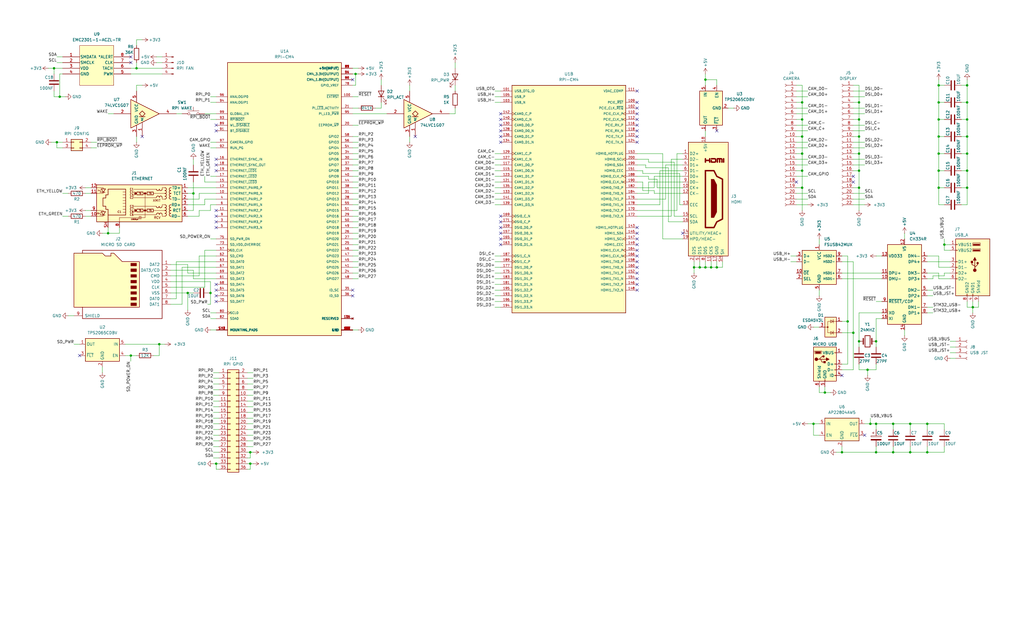
<source format=kicad_sch>
(kicad_sch (version 20231120) (generator "eeschema") (generator_version "8.0")
  (paper "User" 457.2 279.4)
  (lib_symbols
    (symbol "74xGxx:74LVC1G07"
      (property "Reference" "U" (at 0 7.62 0))
      (property "Value" "74LVC1G07" (at 3.81 -7.62 0))
      (symbol "74LVC1G07_1_1"
        (pin free line (at -2.54 -10.16 90) (length 6.35) (name "NC") (number "1"))
        (pin input line (at -15.24 0 0) (length 7.62) (name "~") (number "2"))
        (pin power_in line (at -5.08 -10.16 90) (length 5.08) (name "GND") (number "3"))
        (pin open_collector line (at 12.7 0 180) (length 7.62) (name "~") (number "4"))
        (pin power_in line (at -5.08 10.16 270) (length 5.08) (name "VCC") (number "5"))
      )
    )
    (symbol "Connector:Conn_01x04_Pin" (pin_names (offset 1.016) hide)
      (property "Reference" "J" (at 0 5.08 0))
      (property "Value" "Conn_01x04_Pin" (at 0 -7.62 0))
      (symbol "Conn_01x04_Pin_1_1"
        (pin passive line (at 5.08 2.54 180) (length 3.81) (name "Pin_1") (number "1"))
        (pin passive line (at 5.08 0 180) (length 3.81) (name "Pin_2") (number "2"))
        (pin passive line (at 5.08 -2.54 180) (length 3.81) (name "Pin_3") (number "3"))
        (pin passive line (at 5.08 -5.08 180) (length 3.81) (name "Pin_4") (number "4"))
      )
    )
    (symbol "Connector:Conn_01x04_Socket" (pin_names (offset 1.016) hide)
      (property "Reference" "J" (at 0 5.08 0))
      (property "Value" "Conn_01x04_Socket" (at 0 -7.62 0))
      (symbol "Conn_01x04_Socket_1_1"
        (pin passive line (at -5.08 2.54 0) (length 3.81) (name "Pin_1") (number "1"))
        (pin passive line (at -5.08 0 0) (length 3.81) (name "Pin_2") (number "2"))
        (pin passive line (at -5.08 -2.54 0) (length 3.81) (name "Pin_3") (number "3"))
        (pin passive line (at -5.08 -5.08 0) (length 3.81) (name "Pin_4") (number "4"))
      )
    )
    (symbol "Connector:Conn_01x22_Socket" (pin_names (offset 1.016) hide)
      (property "Reference" "J" (at 0 27.94 0))
      (property "Value" "Conn_01x22_Socket" (at 0 -30.48 0))
      (symbol "Conn_01x22_Socket_1_1"
        (pin passive line (at -5.08 25.4 0) (length 3.81) (name "Pin_1") (number "1"))
        (pin passive line (at -5.08 2.54 0) (length 3.81) (name "Pin_10") (number "10"))
        (pin passive line (at -5.08 0 0) (length 3.81) (name "Pin_11") (number "11"))
        (pin passive line (at -5.08 -2.54 0) (length 3.81) (name "Pin_12") (number "12"))
        (pin passive line (at -5.08 -5.08 0) (length 3.81) (name "Pin_13") (number "13"))
        (pin passive line (at -5.08 -7.62 0) (length 3.81) (name "Pin_14") (number "14"))
        (pin passive line (at -5.08 -10.16 0) (length 3.81) (name "Pin_15") (number "15"))
        (pin passive line (at -5.08 -12.7 0) (length 3.81) (name "Pin_16") (number "16"))
        (pin passive line (at -5.08 -15.24 0) (length 3.81) (name "Pin_17") (number "17"))
        (pin passive line (at -5.08 -17.78 0) (length 3.81) (name "Pin_18") (number "18"))
        (pin passive line (at -5.08 -20.32 0) (length 3.81) (name "Pin_19") (number "19"))
        (pin passive line (at -5.08 22.86 0) (length 3.81) (name "Pin_2") (number "2"))
        (pin passive line (at -5.08 -22.86 0) (length 3.81) (name "Pin_20") (number "20"))
        (pin passive line (at -5.08 -25.4 0) (length 3.81) (name "Pin_21") (number "21"))
        (pin passive line (at -5.08 -27.94 0) (length 3.81) (name "Pin_22") (number "22"))
        (pin passive line (at -5.08 20.32 0) (length 3.81) (name "Pin_3") (number "3"))
        (pin passive line (at -5.08 17.78 0) (length 3.81) (name "Pin_4") (number "4"))
        (pin passive line (at -5.08 15.24 0) (length 3.81) (name "Pin_5") (number "5"))
        (pin passive line (at -5.08 12.7 0) (length 3.81) (name "Pin_6") (number "6"))
        (pin passive line (at -5.08 10.16 0) (length 3.81) (name "Pin_7") (number "7"))
        (pin passive line (at -5.08 7.62 0) (length 3.81) (name "Pin_8") (number "8"))
        (pin passive line (at -5.08 5.08 0) (length 3.81) (name "Pin_9") (number "9"))
      )
    )
    (symbol "Connector:HDMI_A_1.4"
      (property "Reference" "J" (at -6.35 26.67 0))
      (property "Value" "HDMI_A_1.4" (at 10.16 26.67 0))
      (symbol "HDMI_A_1.4_1_1"
        (pin passive line (at -10.16 20.32 0) (length 2.54) (name "D2+") (number "1"))
        (pin passive line (at -10.16 5.08 0) (length 2.54) (name "CK+") (number "10"))
        (pin power_in line (at 2.54 -27.94 90) (length 2.54) (name "CKS") (number "11"))
        (pin passive line (at -10.16 2.54 0) (length 2.54) (name "CK-") (number "12"))
        (pin bidirectional line (at -10.16 -2.54 0) (length 2.54) (name "CEC") (number "13"))
        (pin passive line (at -10.16 -15.24 0) (length 2.54) (name "UTILITY/HEAC+") (number "14"))
        (pin passive line (at -10.16 -7.62 0) (length 2.54) (name "SCL") (number "15"))
        (pin bidirectional line (at -10.16 -10.16 0) (length 2.54) (name "SDA") (number "16"))
        (pin power_in line (at 5.08 -27.94 90) (length 2.54) (name "GND") (number "17"))
        (pin power_in line (at 0 27.94 270) (length 2.54) (name "+5V") (number "18"))
        (pin passive line (at -10.16 -17.78 0) (length 2.54) (name "HPD/HEAC-") (number "19"))
        (pin power_in line (at -5.08 -27.94 90) (length 2.54) (name "D2S") (number "2"))
        (pin passive line (at -10.16 17.78 0) (length 2.54) (name "D2-") (number "3"))
        (pin passive line (at -10.16 15.24 0) (length 2.54) (name "D1+") (number "4"))
        (pin power_in line (at -2.54 -27.94 90) (length 2.54) (name "D1S") (number "5"))
        (pin passive line (at -10.16 12.7 0) (length 2.54) (name "D1-") (number "6"))
        (pin passive line (at -10.16 10.16 0) (length 2.54) (name "D0+") (number "7"))
        (pin power_in line (at 0 -27.94 90) (length 2.54) (name "D0S") (number "8"))
        (pin passive line (at -10.16 7.62 0) (length 2.54) (name "D0-") (number "9"))
        (pin passive line (at 7.62 -27.94 90) (length 2.54) (name "SH") (number "SH"))
      )
    )
    (symbol "Connector:Micro_SD_Card" (pin_names (offset 1.016))
      (property "Reference" "J" (at -16.51 15.24 0))
      (property "Value" "Micro_SD_Card" (at 16.51 15.24 0))
      (symbol "Micro_SD_Card_1_1"
        (pin bidirectional line (at -22.86 7.62 0) (length 3.81) (name "DAT2") (number "1"))
        (pin bidirectional line (at -22.86 5.08 0) (length 3.81) (name "DAT3/CD") (number "2"))
        (pin input line (at -22.86 2.54 0) (length 3.81) (name "CMD") (number "3"))
        (pin power_in line (at -22.86 0 0) (length 3.81) (name "VDD") (number "4"))
        (pin input line (at -22.86 -2.54 0) (length 3.81) (name "CLK") (number "5"))
        (pin power_in line (at -22.86 -5.08 0) (length 3.81) (name "VSS") (number "6"))
        (pin bidirectional line (at -22.86 -7.62 0) (length 3.81) (name "DAT0") (number "7"))
        (pin bidirectional line (at -22.86 -10.16 0) (length 3.81) (name "DAT1") (number "8"))
        (pin passive line (at 20.32 -15.24 180) (length 3.81) (name "SHIELD") (number "9"))
      )
    )
    (symbol "Connector:RJ45_Hanrun_HR911105A_Horizontal"
      (property "Reference" "J" (at 18.415 10.16 0))
      (property "Value" "RJ45_Hanrun_HR911105A_Horizontal" (at -19.05 10.16 0))
      (symbol "RJ45_Hanrun_HR911105A_Horizontal_0_0"
        (text "C1" (at 4.699 6.985 0) (effects (font (size 0.889 0.889))))
        (text "C1" (at 10.16 -3.175 0) (effects (font (size 0.889 0.889))))
        (text "C2" (at 4.699 3.175 0) (effects (font (size 0.889 0.889))))
        (text "C3" (at 4.699 -0.635 0) (effects (font (size 0.889 0.889))))
        (text "C4" (at 4.699 5.715 0) (effects (font (size 0.889 0.889))))
        (text "C5" (at 4.699 4.445 0) (effects (font (size 0.889 0.889))))
        (text "C6" (at 4.699 -4.445 0) (effects (font (size 0.889 0.889))))
        (text "C7" (at 4.699 -1.905 0) (effects (font (size 0.889 0.889))))
        (text "C8" (at 4.699 -3.175 0) (effects (font (size 0.889 0.889))))
        (text "RCV" (at -8.255 -5.715 0) (effects (font (size 1.016 1.016)) (justify left)))
        (text "XMIT" (at -8.255 1.905 0) (effects (font (size 1.016 1.016)) (justify left)))
      )
      (symbol "RJ45_Hanrun_HR911105A_Horizontal_1_0"
        (text "1000pF" (at 3.302 -6.477 0) (effects (font (size 0.635 0.635))))
      )
      (symbol "RJ45_Hanrun_HR911105A_Horizontal_1_1"
        (text "75" (at -3.556 -2.54 0) (effects (font (size 0.635 0.635))))
        (text "75" (at -3.556 5.08 0) (effects (font (size 0.635 0.635))))
        (text "75" (at 1.016 -2.54 0) (effects (font (size 0.635 0.635))))
        (text "75" (at 1.016 5.08 0) (effects (font (size 0.635 0.635))))
        (text "G" (at 19.685 -3.81 0) (effects (font (size 0.635 0.635))))
        (text "Y" (at 19.558 6.35 0) (effects (font (size 0.635 0.635))))
        (pin passive line (at -20.32 7.62 0) (length 2.54) (name "TD+") (number "1"))
        (pin passive line (at 22.86 -5.08 180) (length 2.54) (name "") (number "10"))
        (pin passive line (at 22.86 5.08 180) (length 2.54) (name "") (number "11"))
        (pin passive line (at 22.86 7.62 180) (length 2.54) (name "") (number "12"))
        (pin passive line (at -20.32 2.54 0) (length 2.54) (name "TD-") (number "2"))
        (pin passive line (at -20.32 0 0) (length 2.54) (name "RD+") (number "3"))
        (pin passive line (at -20.32 5.08 0) (length 2.54) (name "TCT") (number "4"))
        (pin passive line (at -20.32 -2.54 0) (length 2.54) (name "RCT") (number "5"))
        (pin passive line (at -20.32 -5.08 0) (length 2.54) (name "RD-") (number "6"))
        (pin no_connect line (at 20.32 0 0) (length 0) hide (name "NC") (number "7"))
        (pin power_in line (at 10.16 -10.16 90) (length 2.54) (name "") (number "8"))
        (pin passive line (at 22.86 -2.54 180) (length 2.54) (name "") (number "9"))
        (pin passive line (at 15.24 -10.16 90) (length 2.54) (name "") (number "SH"))
      )
    )
    (symbol "Connector:USB_A_Stacked" (pin_names (offset 1.016))
      (property "Reference" "J" (at 0 15.875 0))
      (property "Value" "USB_A_Stacked" (at 0 13.97 0))
      (symbol "USB_A_Stacked_1_1"
        (pin power_in line (at 10.16 10.16 180) (length 2.54) (name "VBUS1") (number "1"))
        (pin bidirectional line (at 10.16 0 180) (length 2.54) (name "D1-") (number "2"))
        (pin bidirectional line (at 10.16 2.54 180) (length 2.54) (name "D1+") (number "3"))
        (pin power_in line (at 0 -15.24 90) (length 2.54) (name "GND1") (number "4"))
        (pin power_in line (at 10.16 7.62 180) (length 2.54) (name "VBUS2") (number "5"))
        (pin bidirectional line (at 10.16 -5.08 180) (length 2.54) (name "D2-") (number "6"))
        (pin bidirectional line (at 10.16 -2.54 180) (length 2.54) (name "D2+") (number "7"))
        (pin power_in line (at 2.54 -15.24 90) (length 2.54) (name "GND2") (number "8"))
        (pin passive line (at -2.54 -15.24 90) (length 2.54) (name "Shield") (number "9"))
      )
    )
    (symbol "Connector:USB_OTG" (pin_names (offset 1.016))
      (property "Reference" "J" (at -5.08 11.43 0))
      (property "Value" "USB_OTG" (at -5.08 8.89 0))
      (symbol "USB_OTG_1_1"
        (pin passive line (at 7.62 5.08 180) (length 2.54) (name "VBUS") (number "1"))
        (pin bidirectional line (at 7.62 -2.54 180) (length 2.54) (name "D-") (number "2"))
        (pin bidirectional line (at 7.62 0 180) (length 2.54) (name "D+") (number "3"))
        (pin passive line (at 7.62 -5.08 180) (length 2.54) (name "ID") (number "4"))
        (pin passive line (at 0 -10.16 90) (length 2.54) (name "GND") (number "5"))
        (pin passive line (at -2.54 -10.16 90) (length 2.54) (name "Shield") (number "6"))
      )
    )
    (symbol "Connector_Generic:Conn_02x02_Odd_Even" (pin_names (offset 1.016) hide)
      (property "Reference" "J" (at 1.27 2.54 0))
      (property "Value" "Conn_02x02_Odd_Even" (at 1.27 -5.08 0))
      (symbol "Conn_02x02_Odd_Even_1_1"
        (pin passive line (at -5.08 0 0) (length 3.81) (name "Pin_1") (number "1"))
        (pin passive line (at 7.62 0 180) (length 3.81) (name "Pin_2") (number "2"))
        (pin passive line (at -5.08 -2.54 0) (length 3.81) (name "Pin_3") (number "3"))
        (pin passive line (at 7.62 -2.54 180) (length 3.81) (name "Pin_4") (number "4"))
      )
    )
    (symbol "Connector_Generic:Conn_02x18_Odd_Even" (pin_names (offset 1.016) hide)
      (property "Reference" "J" (at 1.27 22.86 0))
      (property "Value" "Conn_02x18_Odd_Even" (at 1.27 -25.4 0))
      (symbol "Conn_02x18_Odd_Even_1_1"
        (pin passive line (at -5.08 20.32 0) (length 3.81) (name "Pin_1") (number "1"))
        (pin passive line (at 7.62 10.16 180) (length 3.81) (name "Pin_10") (number "10"))
        (pin passive line (at -5.08 7.62 0) (length 3.81) (name "Pin_11") (number "11"))
        (pin passive line (at 7.62 7.62 180) (length 3.81) (name "Pin_12") (number "12"))
        (pin passive line (at -5.08 5.08 0) (length 3.81) (name "Pin_13") (number "13"))
        (pin passive line (at 7.62 5.08 180) (length 3.81) (name "Pin_14") (number "14"))
        (pin passive line (at -5.08 2.54 0) (length 3.81) (name "Pin_15") (number "15"))
        (pin passive line (at 7.62 2.54 180) (length 3.81) (name "Pin_16") (number "16"))
        (pin passive line (at -5.08 0 0) (length 3.81) (name "Pin_17") (number "17"))
        (pin passive line (at 7.62 0 180) (length 3.81) (name "Pin_18") (number "18"))
        (pin passive line (at -5.08 -2.54 0) (length 3.81) (name "Pin_19") (number "19"))
        (pin passive line (at 7.62 20.32 180) (length 3.81) (name "Pin_2") (number "2"))
        (pin passive line (at 7.62 -2.54 180) (length 3.81) (name "Pin_20") (number "20"))
        (pin passive line (at -5.08 -5.08 0) (length 3.81) (name "Pin_21") (number "21"))
        (pin passive line (at 7.62 -5.08 180) (length 3.81) (name "Pin_22") (number "22"))
        (pin passive line (at -5.08 -7.62 0) (length 3.81) (name "Pin_23") (number "23"))
        (pin passive line (at 7.62 -7.62 180) (length 3.81) (name "Pin_24") (number "24"))
        (pin passive line (at -5.08 -10.16 0) (length 3.81) (name "Pin_25") (number "25"))
        (pin passive line (at 7.62 -10.16 180) (length 3.81) (name "Pin_26") (number "26"))
        (pin passive line (at -5.08 -12.7 0) (length 3.81) (name "Pin_27") (number "27"))
        (pin passive line (at 7.62 -12.7 180) (length 3.81) (name "Pin_28") (number "28"))
        (pin passive line (at -5.08 -15.24 0) (length 3.81) (name "Pin_29") (number "29"))
        (pin passive line (at -5.08 17.78 0) (length 3.81) (name "Pin_3") (number "3"))
        (pin passive line (at 7.62 -15.24 180) (length 3.81) (name "Pin_30") (number "30"))
        (pin passive line (at -5.08 -17.78 0) (length 3.81) (name "Pin_31") (number "31"))
        (pin passive line (at 7.62 -17.78 180) (length 3.81) (name "Pin_32") (number "32"))
        (pin passive line (at -5.08 -20.32 0) (length 3.81) (name "Pin_33") (number "33"))
        (pin passive line (at 7.62 -20.32 180) (length 3.81) (name "Pin_34") (number "34"))
        (pin passive line (at -5.08 -22.86 0) (length 3.81) (name "Pin_35") (number "35"))
        (pin passive line (at 7.62 -22.86 180) (length 3.81) (name "Pin_36") (number "36"))
        (pin passive line (at 7.62 17.78 180) (length 3.81) (name "Pin_4") (number "4"))
        (pin passive line (at -5.08 15.24 0) (length 3.81) (name "Pin_5") (number "5"))
        (pin passive line (at 7.62 15.24 180) (length 3.81) (name "Pin_6") (number "6"))
        (pin passive line (at -5.08 12.7 0) (length 3.81) (name "Pin_7") (number "7"))
        (pin passive line (at 7.62 12.7 180) (length 3.81) (name "Pin_8") (number "8"))
        (pin passive line (at -5.08 10.16 0) (length 3.81) (name "Pin_9") (number "9"))
      )
    )
    (symbol "Device:C" (pin_numbers hide) (pin_names (offset 0.254))
      (property "Reference" "C" (at 0.635 2.54 0))
      (property "Value" "C" (at 0.635 -2.54 0))
      (symbol "C_1_1"
        (pin passive line (at 0 3.81 270) (length 2.794) (name "~") (number "1"))
        (pin passive line (at 0 -3.81 90) (length 2.794) (name "~") (number "2"))
      )
    )
    (symbol "Device:C_Polarized" (pin_numbers hide) (pin_names (offset 0.254))
      (property "Reference" "C" (at 0.635 2.54 0))
      (property "Value" "C_Polarized" (at 0.635 -2.54 0))
      (symbol "C_Polarized_1_1"
        (pin passive line (at 0 3.81 270) (length 2.794) (name "~") (number "1"))
        (pin passive line (at 0 -3.81 90) (length 2.794) (name "~") (number "2"))
      )
    )
    (symbol "Device:Crystal" (pin_numbers hide) (pin_names (offset 1.016) hide)
      (property "Reference" "Y" (at 0 3.81 0))
      (property "Value" "Crystal" (at 0 -3.81 0))
      (symbol "Crystal_1_1"
        (pin passive line (at -3.81 0 0) (length 1.27) (name "1") (number "1"))
        (pin passive line (at 3.81 0 180) (length 1.27) (name "2") (number "2"))
      )
    )
    (symbol "Device:LED" (pin_numbers hide) (pin_names (offset 1.016) hide)
      (property "Reference" "D" (at 0 2.54 0))
      (property "Value" "LED" (at 0 -2.54 0))
      (symbol "LED_1_1"
        (pin passive line (at -3.81 0 0) (length 2.54) (name "K") (number "1"))
        (pin passive line (at 3.81 0 180) (length 2.54) (name "A") (number "2"))
      )
    )
    (symbol "Device:R" (pin_numbers hide) (pin_names (offset 0))
      (property "Reference" "R" (at 2.032 0 90))
      (property "Value" "R" (at 0 0 90))
      (symbol "R_1_1"
        (pin passive line (at 0 3.81 270) (length 1.27) (name "~") (number "1"))
        (pin passive line (at 0 -3.81 90) (length 1.27) (name "~") (number "2"))
      )
    )
    (symbol "EMC2301-1-ACZL-TR:EMC2301-1-ACZL-TR" (pin_names (offset 0.254))
      (property "Reference" "U" (at 25.4 10.16 0))
      (property "Value" "EMC2301-1-ACZL-TR" (at 25.4 7.62 0))
      (symbol "EMC2301-1-ACZL-TR_0_1"
        (pin bidirectional line (at 0 0 0) (length 7.62) (name "SMDATA") (number "1"))
        (pin input line (at 0 -2.54 0) (length 7.62) (name "SMCLK") (number "2"))
        (pin power_in line (at 0 -5.08 0) (length 7.62) (name "VDD") (number "3"))
        (pin power_in line (at 0 -7.62 0) (length 7.62) (name "GND") (number "4"))
        (pin output line (at 30.48 -7.62 180) (length 7.62) (name "PWM") (number "5"))
        (pin input line (at 30.48 -5.08 180) (length 7.62) (name "TACH") (number "6"))
        (pin bidirectional line (at 30.48 -2.54 180) (length 7.62) (name "CLK") (number "7"))
        (pin output line (at 30.48 0 180) (length 7.62) (name "*ALERT") (number "8"))
      )
    )
    (symbol "Interface_USB:CH334R"
      (property "Reference" "U" (at -7.62 20.32 0))
      (property "Value" "CH334R" (at 2.54 20.32 0))
      (symbol "CH334R_1_1"
        (pin bidirectional line (at 10.16 12.7 180) (length 2.54) (name "DM4-") (number "1"))
        (pin bidirectional line (at -10.16 2.54 0) (length 2.54) (name "DMU-") (number "10"))
        (pin bidirectional line (at -10.16 5.08 0) (length 2.54) (name "DPU+") (number "11"))
        (pin power_in line (at 0 20.32 270) (length 2.54) (name "V5") (number "12"))
        (pin passive line (at -10.16 12.7 0) (length 2.54) (name "VDD33") (number "13"))
        (pin power_in line (at 0 -20.32 90) (length 2.54) (name "GND") (number "14"))
        (pin passive line (at -10.16 -12.7 0) (length 2.54) (name "XO") (number "15"))
        (pin passive line (at -10.16 -15.24 0) (length 2.54) (name "XI") (number "16"))
        (pin bidirectional line (at 10.16 10.16 180) (length 2.54) (name "DP4+") (number "2"))
        (pin bidirectional line (at 10.16 5.08 180) (length 2.54) (name "DM3-") (number "3"))
        (pin bidirectional line (at 10.16 2.54 180) (length 2.54) (name "DP3+") (number "4"))
        (pin bidirectional line (at 10.16 -2.54 180) (length 2.54) (name "DM2-") (number "5"))
        (pin bidirectional line (at 10.16 -5.08 180) (length 2.54) (name "DP2+") (number "6"))
        (pin bidirectional line (at 10.16 -10.16 180) (length 2.54) (name "DM1-") (number "7"))
        (pin bidirectional line (at 10.16 -12.7 180) (length 2.54) (name "DP1+") (number "8"))
        (pin input line (at -10.16 -7.62 0) (length 2.54) (name "~{RESET}/CDP") (number "9"))
      )
    )
    (symbol "Interface_USB:FSUSB42MUX"
      (property "Reference" "U" (at -6.35 8.89 0))
      (property "Value" "FSUSB42MUX" (at 7.62 8.89 0))
      (symbol "FSUSB42MUX_1_1"
        (pin power_in line (at 0 10.16 270) (length 2.54) (name "VCC") (number "1"))
        (pin input line (at -10.16 -2.54 0) (length 2.54) (name "~{OE}") (number "10"))
        (pin input line (at -10.16 -5.08 0) (length 2.54) (name "SEL") (number "2"))
        (pin bidirectional line (at -10.16 5.08 0) (length 2.54) (name "D+") (number "3"))
        (pin bidirectional line (at -10.16 2.54 0) (length 2.54) (name "D-") (number "4"))
        (pin power_in line (at 0 -10.16 90) (length 2.54) (name "GND") (number "5"))
        (pin bidirectional line (at 10.16 -5.08 180) (length 2.54) (name "HSD1-") (number "6"))
        (pin bidirectional line (at 10.16 -2.54 180) (length 2.54) (name "HSD1+") (number "7"))
        (pin bidirectional line (at 10.16 2.54 180) (length 2.54) (name "HSD2-") (number "8"))
        (pin bidirectional line (at 10.16 5.08 180) (length 2.54) (name "HSD2+") (number "9"))
      )
    )
    (symbol "Power_Management:AP22804AW5"
      (property "Reference" "U" (at -7.62 -6.35 0))
      (property "Value" "AP22804AW5" (at -7.62 6.35 0))
      (symbol "AP22804AW5_1_1"
        (pin power_out line (at 10.16 2.54 180) (length 2.54) (name "OUT") (number "1"))
        (pin power_in line (at 0 -7.62 90) (length 2.54) (name "GND") (number "2"))
        (pin open_collector line (at 10.16 -2.54 180) (length 2.54) (name "~{FLG}") (number "3"))
        (pin input line (at -10.16 -2.54 0) (length 2.54) (name "EN") (number "4"))
        (pin power_in line (at -10.16 2.54 0) (length 2.54) (name "IN") (number "5"))
      )
    )
    (symbol "Power_Management:TPS2065CDBV"
      (property "Reference" "U" (at -7.62 -6.35 0))
      (property "Value" "TPS2065CDBV" (at -7.62 6.35 0))
      (symbol "TPS2065CDBV_1_1"
        (pin power_out line (at 10.16 2.54 180) (length 2.54) (name "OUT") (number "1"))
        (pin power_in line (at 0 -7.62 90) (length 2.54) (name "GND") (number "2"))
        (pin open_collector line (at 10.16 -2.54 180) (length 2.54) (name "~{FLT}") (number "3"))
        (pin input line (at -10.16 -2.54 0) (length 2.54) (name "EN") (number "4"))
        (pin power_in line (at -10.16 2.54 0) (length 2.54) (name "IN") (number "5"))
      )
    )
    (symbol "Power_Protection:ESDA5V3L" (pin_names hide)
      (property "Reference" "D" (at 5.715 2.54 0))
      (property "Value" "ESDA5V3L" (at 5.715 0.635 0))
      (symbol "ESDA5V3L_0_0"
        (pin passive line (at 0 -5.08 90) (length 2.54) (name "A") (number "3"))
      )
      (symbol "ESDA5V3L_1_1"
        (pin passive line (at -2.54 5.08 270) (length 2.54) (name "K") (number "1"))
        (pin passive line (at 2.54 5.08 270) (length 2.54) (name "K") (number "2"))
      )
    )
    (symbol "RPI-CM4:CM4102008" (pin_names (offset 1.016))
      (property "Reference" "U" (at -25.4 61.722 0))
      (property "Value" "RPI-CM4" (at -25.4 -61.722 0))
      (symbol "CM4102008_1_0"
        (pin power_in line (at 30.48 -58.42 180) (length 5.08) (name "GND") (number "1"))
        (pin bidirectional line (at -30.48 2.54 0) (length 5.08) (name "ETHERNET_PAIR0_N") (number "10"))
        (pin output line (at 30.48 45.72 180) (length 5.08) (name "~{EXTRST}") (number "100"))
        (pin no_connect line (at 30.48 -53.34 180) (length 5.08) (name "RESERVED") (number "104"))
        (pin no_connect line (at 30.48 -53.34 180) (length 5.08) (name "RESERVED") (number "106"))
        (pin power_in line (at 30.48 -58.42 180) (length 5.08) (name "GND") (number "107"))
        (pin power_in line (at 30.48 -58.42 180) (length 5.08) (name "GND") (number "108"))
        (pin bidirectional line (at -30.48 -5.08 0) (length 5.08) (name "ETHERNET_PAIR2_P") (number "11"))
        (pin power_in line (at 30.48 -58.42 180) (length 5.08) (name "GND") (number "113"))
        (pin power_in line (at 30.48 -58.42 180) (length 5.08) (name "GND") (number "114"))
        (pin power_in line (at 30.48 -58.42 180) (length 5.08) (name "GND") (number "119"))
        (pin bidirectional line (at -30.48 5.08 0) (length 5.08) (name "ETHERNET_PAIR0_P") (number "12"))
        (pin power_in line (at 30.48 -58.42 180) (length 5.08) (name "GND") (number "120"))
        (pin power_in line (at 30.48 -58.42 180) (length 5.08) (name "GND") (number "125"))
        (pin power_in line (at 30.48 -58.42 180) (length 5.08) (name "GND") (number "126"))
        (pin power_in line (at 30.48 -58.42 180) (length 5.08) (name "GND") (number "13"))
        (pin power_in line (at 30.48 -58.42 180) (length 5.08) (name "GND") (number "131"))
        (pin power_in line (at 30.48 -58.42 180) (length 5.08) (name "GND") (number "132"))
        (pin power_in line (at 30.48 -58.42 180) (length 5.08) (name "GND") (number "137"))
        (pin power_in line (at 30.48 -58.42 180) (length 5.08) (name "GND") (number "138"))
        (pin power_in line (at 30.48 -58.42 180) (length 5.08) (name "GND") (number "14"))
        (pin power_in line (at 30.48 -58.42 180) (length 5.08) (name "GND") (number "144"))
        (pin output line (at -30.48 7.62 0) (length 5.08) (name "ETHERNET_~{LED3}") (number "15"))
        (pin power_in line (at 30.48 -58.42 180) (length 5.08) (name "GND") (number "150"))
        (pin power_in line (at 30.48 -58.42 180) (length 5.08) (name "GND") (number "155"))
        (pin power_in line (at 30.48 -58.42 180) (length 5.08) (name "GND") (number "156"))
        (pin input line (at -30.48 17.78 0) (length 5.08) (name "ETHERNET_SYNC_IN") (number "16"))
        (pin power_in line (at 30.48 -58.42 180) (length 5.08) (name "GND") (number "161"))
        (pin power_in line (at 30.48 -58.42 180) (length 5.08) (name "GND") (number "162"))
        (pin power_in line (at 30.48 -58.42 180) (length 5.08) (name "GND") (number "167"))
        (pin power_in line (at 30.48 -58.42 180) (length 5.08) (name "GND") (number "168"))
        (pin output line (at -30.48 10.16 0) (length 5.08) (name "ETHERNET_~{LED2}") (number "17"))
        (pin power_in line (at 30.48 -58.42 180) (length 5.08) (name "GND") (number "173"))
        (pin power_in line (at 30.48 -58.42 180) (length 5.08) (name "GND") (number "174"))
        (pin power_in line (at 30.48 -58.42 180) (length 5.08) (name "GND") (number "179"))
        (pin output line (at -30.48 15.24 0) (length 5.08) (name "ETHERNET_SYNC_OUT") (number "18"))
        (pin power_in line (at 30.48 -58.42 180) (length 5.08) (name "GND") (number "180"))
        (pin power_in line (at 30.48 -58.42 180) (length 5.08) (name "GND") (number "185"))
        (pin power_in line (at 30.48 -58.42 180) (length 5.08) (name "GND") (number "186"))
        (pin output line (at -30.48 12.7 0) (length 5.08) (name "ETHERNET_~{LED1}") (number "19"))
        (pin power_in line (at 30.48 -58.42 180) (length 5.08) (name "GND") (number "191"))
        (pin power_in line (at 30.48 -58.42 180) (length 5.08) (name "GND") (number "192"))
        (pin power_in line (at 30.48 -58.42 180) (length 5.08) (name "GND") (number "197"))
        (pin power_in line (at 30.48 -58.42 180) (length 5.08) (name "GND") (number "198"))
        (pin power_in line (at 30.48 -58.42 180) (length 5.08) (name "GND") (number "2"))
        (pin bidirectional line (at 30.48 33.02 180) (length 5.08) (name "EEPROM_~{WP}") (number "20"))
        (pin bidirectional line (at 30.48 40.64 180) (length 5.08) (name "PI_~{LED}_ACTIVITY") (number "21"))
        (pin power_in line (at 30.48 -58.42 180) (length 5.08) (name "GND") (number "22"))
        (pin power_in line (at 30.48 -58.42 180) (length 5.08) (name "GND") (number "23"))
        (pin bidirectional line (at 30.48 -33.02 180) (length 5.08) (name "GPIO26") (number "24"))
        (pin bidirectional line (at 30.48 -20.32 180) (length 5.08) (name "GPIO21") (number "25"))
        (pin bidirectional line (at 30.48 -15.24 180) (length 5.08) (name "GPIO19") (number "26"))
        (pin bidirectional line (at 30.48 -17.78 180) (length 5.08) (name "GPIO20") (number "27"))
        (pin bidirectional line (at 30.48 0 180) (length 5.08) (name "GPIO13") (number "28"))
        (pin bidirectional line (at 30.48 -7.62 180) (length 5.08) (name "GPIO16") (number "29"))
        (pin bidirectional line (at -30.48 -10.16 0) (length 5.08) (name "ETHERNET_PAIR3_P") (number "3"))
        (pin bidirectional line (at 30.48 17.78 180) (length 5.08) (name "GPIO6") (number "30"))
        (pin bidirectional line (at 30.48 2.54 180) (length 5.08) (name "GPIO12") (number "31"))
        (pin power_in line (at 30.48 -58.42 180) (length 5.08) (name "GND") (number "32"))
        (pin power_in line (at 30.48 -58.42 180) (length 5.08) (name "GND") (number "33"))
        (pin bidirectional line (at 30.48 20.32 180) (length 5.08) (name "GPIO5") (number "34"))
        (pin bidirectional line (at 30.48 -40.64 180) (length 5.08) (name "ID_SC") (number "35"))
        (pin bidirectional line (at 30.48 -43.18 180) (length 5.08) (name "ID_SD") (number "36"))
        (pin bidirectional line (at 30.48 15.24 180) (length 5.08) (name "GPIO7") (number "37"))
        (pin bidirectional line (at 30.48 5.08 180) (length 5.08) (name "GPIO11") (number "38"))
        (pin bidirectional line (at 30.48 12.7 180) (length 5.08) (name "GPIO8") (number "39"))
        (pin bidirectional line (at -30.48 0 0) (length 5.08) (name "ETHERNET_PAIR1_P") (number "4"))
        (pin bidirectional line (at 30.48 10.16 180) (length 5.08) (name "GPIO9") (number "40"))
        (pin bidirectional line (at 30.48 -30.48 180) (length 5.08) (name "GPIO25") (number "41"))
        (pin power_in line (at 30.48 -58.42 180) (length 5.08) (name "GND") (number "42"))
        (pin power_in line (at 30.48 -58.42 180) (length 5.08) (name "GND") (number "43"))
        (pin bidirectional line (at 30.48 7.62 180) (length 5.08) (name "GPIO10") (number "44"))
        (pin bidirectional line (at 30.48 -27.94 180) (length 5.08) (name "GPIO24") (number "45"))
        (pin bidirectional line (at 30.48 -22.86 180) (length 5.08) (name "GPIO22") (number "46"))
        (pin bidirectional line (at 30.48 -25.4 180) (length 5.08) (name "GPIO23") (number "47"))
        (pin bidirectional line (at 30.48 -35.56 180) (length 5.08) (name "GPIO27") (number "48"))
        (pin bidirectional line (at 30.48 -12.7 180) (length 5.08) (name "GPIO18") (number "49"))
        (pin bidirectional line (at -30.48 -12.7 0) (length 5.08) (name "ETHERNET_PAIR3_N") (number "5"))
        (pin bidirectional line (at 30.48 -10.16 180) (length 5.08) (name "GPIO17") (number "50"))
        (pin bidirectional line (at 30.48 -5.08 180) (length 5.08) (name "GPIO15") (number "51"))
        (pin power_in line (at 30.48 -58.42 180) (length 5.08) (name "GND") (number "52"))
        (pin power_in line (at 30.48 -58.42 180) (length 5.08) (name "GND") (number "53"))
        (pin bidirectional line (at 30.48 22.86 180) (length 5.08) (name "GPIO4") (number "54"))
        (pin bidirectional line (at 30.48 -2.54 180) (length 5.08) (name "GPIO14") (number "55"))
        (pin bidirectional line (at 30.48 25.4 180) (length 5.08) (name "GPIO3") (number "56"))
        (pin bidirectional clock (at -30.48 -22.86 0) (length 5.08) (name "SD_CLK") (number "57"))
        (pin bidirectional line (at 30.48 27.94 180) (length 5.08) (name "GPIO2") (number "58"))
        (pin power_in line (at 30.48 -58.42 180) (length 5.08) (name "GND") (number "59"))
        (pin bidirectional line (at -30.48 -2.54 0) (length 5.08) (name "ETHERNET_PAIR1_N") (number "6"))
        (pin power_in line (at 30.48 -58.42 180) (length 5.08) (name "GND") (number "60"))
        (pin bidirectional line (at -30.48 -35.56 0) (length 5.08) (name "SD_DAT3") (number "61"))
        (pin input line (at -30.48 -25.4 0) (length 5.08) (name "SD_CMD") (number "62"))
        (pin bidirectional line (at -30.48 -27.94 0) (length 5.08) (name "SD_DAT0") (number "63"))
        (pin bidirectional line (at -30.48 -40.64 0) (length 5.08) (name "SD_DAT5") (number "64"))
        (pin power_in line (at 30.48 -58.42 180) (length 5.08) (name "GND") (number "65"))
        (pin power_in line (at 30.48 -58.42 180) (length 5.08) (name "GND") (number "66"))
        (pin bidirectional line (at -30.48 -30.48 0) (length 5.08) (name "SD_DAT1") (number "67"))
        (pin bidirectional line (at -30.48 -38.1 0) (length 5.08) (name "SD_DAT4") (number "68"))
        (pin bidirectional line (at -30.48 -33.02 0) (length 5.08) (name "SD_DAT2") (number "69"))
        (pin power_in line (at 30.48 -58.42 180) (length 5.08) (name "GND") (number "7"))
        (pin bidirectional line (at -30.48 -45.72 0) (length 5.08) (name "SD_DAT7") (number "70"))
        (pin power_in line (at 30.48 -58.42 180) (length 5.08) (name "GND") (number "71"))
        (pin bidirectional line (at -30.48 -43.18 0) (length 5.08) (name "SD_DAT6") (number "72"))
        (pin input line (at -30.48 -20.32 0) (length 5.08) (name "SD_VDD_OVERRIDE") (number "73"))
        (pin power_in line (at 30.48 -58.42 180) (length 5.08) (name "GND") (number "74"))
        (pin output line (at -30.48 -17.78 0) (length 5.08) (name "SD_PWR_ON") (number "75"))
        (pin no_connect line (at 30.48 -53.34 180) (length 5.08) (name "RESERVED") (number "76"))
        (pin power_in line (at 30.48 58.42 180) (length 5.08) (name "+5V(INPUT)") (number "77"))
        (pin power_in line (at 30.48 50.8 180) (length 5.08) (name "GPIO_VREF") (number "78"))
        (pin power_in line (at 30.48 58.42 180) (length 5.08) (name "+5V(INPUT)") (number "79"))
        (pin power_in line (at 30.48 -58.42 180) (length 5.08) (name "GND") (number "8"))
        (pin input clock (at -30.48 -50.8 0) (length 5.08) (name "SCL0") (number "80"))
        (pin power_in line (at 30.48 58.42 180) (length 5.08) (name "+5V(INPUT)") (number "81"))
        (pin bidirectional line (at -30.48 -53.34 0) (length 5.08) (name "SDA0") (number "82"))
        (pin power_in line (at 30.48 58.42 180) (length 5.08) (name "+5V(INPUT)") (number "83"))
        (pin power_in line (at 30.48 55.88 180) (length 5.08) (name "CM4_3.3V(OUTPUT)") (number "84"))
        (pin power_in line (at 30.48 58.42 180) (length 5.08) (name "+5V(INPUT)") (number "85"))
        (pin power_in line (at 30.48 55.88 180) (length 5.08) (name "CM4_3.3V(OUTPUT)") (number "86"))
        (pin power_in line (at 30.48 58.42 180) (length 5.08) (name "+5V(INPUT)") (number "87"))
        (pin power_in line (at 30.48 53.34 180) (length 5.08) (name "CM4_1.8V(OUTPUT)") (number "88"))
        (pin input line (at -30.48 33.02 0) (length 5.08) (name "WL_~{DISABLE}") (number "89"))
        (pin bidirectional line (at -30.48 -7.62 0) (length 5.08) (name "ETHERNET_PAIR2_N") (number "9"))
        (pin power_in line (at 30.48 53.34 180) (length 5.08) (name "CM4_1.8V(OUTPUT)") (number "90"))
        (pin input line (at -30.48 30.48 0) (length 5.08) (name "BT_~{DISABLE}") (number "91"))
        (pin bidirectional line (at -30.48 22.86 0) (length 5.08) (name "RUN_PG") (number "92"))
        (pin input line (at -30.48 35.56 0) (length 5.08) (name "~{RPIBOOT}") (number "93"))
        (pin input line (at -30.48 43.18 0) (length 5.08) (name "ANALOGIP1") (number "94"))
        (pin output line (at 30.48 38.1 180) (length 5.08) (name "PI_LED_~{PWR}") (number "95"))
        (pin input line (at -30.48 45.72 0) (length 5.08) (name "ANALOGIP0") (number "96"))
        (pin bidirectional line (at -30.48 25.4 0) (length 5.08) (name "CAMERA_GPIO") (number "97"))
        (pin power_in line (at 30.48 -58.42 180) (length 5.08) (name "GND") (number "98"))
        (pin input line (at -30.48 38.1 0) (length 5.08) (name "GLOBAL_EN") (number "99"))
        (pin passive line (at -30.48 -58.42 0) (length 5.08) (name "MOUNTING_PADS") (number "SH1"))
        (pin passive line (at -30.48 -58.42 0) (length 5.08) (name "MOUNTING_PADS") (number "SH2"))
        (pin passive line (at -30.48 -58.42 0) (length 5.08) (name "MOUNTING_PADS") (number "SH3"))
        (pin passive line (at -30.48 -58.42 0) (length 5.08) (name "MOUNTING_PADS") (number "SH4"))
      )
      (symbol "CM4102008_2_0"
        (pin input line (at -30.48 48.26 0) (length 5.08) (name "USB_OTG_ID") (number "101"))
        (pin input line (at 30.48 40.64 180) (length 5.08) (name "PCIE_CLK_~{REQ}") (number "102"))
        (pin bidirectional line (at -30.48 43.18 0) (length 5.08) (name "USB_N") (number "103"))
        (pin bidirectional line (at -30.48 45.72 0) (length 5.08) (name "USB_P") (number "105"))
        (pin output line (at 30.48 43.18 180) (length 5.08) (name "PCIE_~{RST}") (number "109"))
        (pin output clock (at 30.48 38.1 180) (length 5.08) (name "PCIE_CLK_P") (number "110"))
        (pin output line (at 30.48 48.26 180) (length 5.08) (name "VDAC_COMP") (number "111"))
        (pin output clock (at 30.48 35.56 180) (length 5.08) (name "PCIE_CLK_N") (number "112"))
        (pin input line (at -30.48 12.7 0) (length 5.08) (name "CAM1_D0_N") (number "115"))
        (pin input line (at 30.48 33.02 180) (length 5.08) (name "PCIE_RX_P") (number "116"))
        (pin input line (at -30.48 15.24 0) (length 5.08) (name "CAM1_D0_P") (number "117"))
        (pin input line (at 30.48 30.48 180) (length 5.08) (name "PCIE_RX_N") (number "118"))
        (pin input line (at -30.48 7.62 0) (length 5.08) (name "CAM1_D1_N") (number "121"))
        (pin output line (at 30.48 27.94 180) (length 5.08) (name "PCIE_TX_P") (number "122"))
        (pin input line (at -30.48 10.16 0) (length 5.08) (name "CAM1_D1_P") (number "123"))
        (pin output line (at 30.48 25.4 180) (length 5.08) (name "PCIE_TX_N") (number "124"))
        (pin input clock (at -30.48 17.78 0) (length 5.08) (name "CAM1_C_N") (number "127"))
        (pin input line (at -30.48 30.48 0) (length 5.08) (name "CAM0_D0_N") (number "128"))
        (pin input clock (at -30.48 20.32 0) (length 5.08) (name "CAM1_C_P") (number "129"))
        (pin input line (at -30.48 33.02 0) (length 5.08) (name "CAM0_D0_P") (number "130"))
        (pin input line (at -30.48 2.54 0) (length 5.08) (name "CAM1_D2_N") (number "133"))
        (pin input line (at -30.48 25.4 0) (length 5.08) (name "CAM0_D1_N") (number "134"))
        (pin input line (at -30.48 5.08 0) (length 5.08) (name "CAM1_D2_P") (number "135"))
        (pin input line (at -30.48 27.94 0) (length 5.08) (name "CAM0_D1_P") (number "136"))
        (pin input line (at -30.48 -2.54 0) (length 5.08) (name "CAM1_D3_N") (number "139"))
        (pin input clock (at -30.48 35.56 0) (length 5.08) (name "CAM0_C_N") (number "140"))
        (pin input line (at -30.48 0 0) (length 5.08) (name "CAM1_D3_P") (number "141"))
        (pin input clock (at -30.48 38.1 0) (length 5.08) (name "CAM0_C_P") (number "142"))
        (pin input line (at 30.48 -12.7 180) (length 5.08) (name "HDMI1_HOTPLUG") (number "143"))
        (pin bidirectional line (at 30.48 -15.24 180) (length 5.08) (name "HDMI1_SDA") (number "145"))
        (pin output line (at 30.48 -38.1 180) (length 5.08) (name "HDMI1_TX2_P") (number "146"))
        (pin bidirectional clock (at 30.48 -17.78 180) (length 5.08) (name "HDMI1_SCL") (number "147"))
        (pin output line (at 30.48 -40.64 180) (length 5.08) (name "HDMI1_TX2_N") (number "148"))
        (pin input line (at 30.48 -20.32 180) (length 5.08) (name "HDMI1_CEC") (number "149"))
        (pin input line (at 30.48 12.7 180) (length 5.08) (name "HDMI0_CEC") (number "151"))
        (pin output line (at 30.48 -33.02 180) (length 5.08) (name "HDMI1_TX1_P") (number "152"))
        (pin input line (at 30.48 20.32 180) (length 5.08) (name "HDMI0_HOTPLUG") (number "153"))
        (pin output line (at 30.48 -35.56 180) (length 5.08) (name "HDMI1_TX1_N") (number "154"))
        (pin output line (at -30.48 -15.24 0) (length 5.08) (name "DSI0_D0_N") (number "157"))
        (pin output line (at 30.48 -27.94 180) (length 5.08) (name "HDMI1_TX0_P") (number "158"))
        (pin output line (at -30.48 -12.7 0) (length 5.08) (name "DSI0_D0_P") (number "159"))
        (pin output line (at 30.48 -30.48 180) (length 5.08) (name "HDMI1_TX0_N") (number "160"))
        (pin output line (at -30.48 -20.32 0) (length 5.08) (name "DSI0_D1_N") (number "163"))
        (pin output clock (at 30.48 -22.86 180) (length 5.08) (name "HDMI1_CLK_P") (number "164"))
        (pin output line (at -30.48 -17.78 0) (length 5.08) (name "DSI0_D1_P") (number "165"))
        (pin output clock (at 30.48 -25.4 180) (length 5.08) (name "HDMI1_CLK_N") (number "166"))
        (pin output clock (at -30.48 -7.62 0) (length 5.08) (name "DSI0_C_N") (number "169"))
        (pin output line (at 30.48 -5.08 180) (length 5.08) (name "HDMI0_TX2_P") (number "170"))
        (pin output clock (at -30.48 -10.16 0) (length 5.08) (name "DSI0_C_P") (number "171"))
        (pin output line (at 30.48 -7.62 180) (length 5.08) (name "HDMI0_TX2_N") (number "172"))
        (pin output line (at -30.48 -33.02 0) (length 5.08) (name "DSI1_D0_N") (number "175"))
        (pin output line (at 30.48 0 180) (length 5.08) (name "HDMI0_TX1_P") (number "176"))
        (pin output line (at -30.48 -30.48 0) (length 5.08) (name "DSI1_D0_P") (number "177"))
        (pin output line (at 30.48 -2.54 180) (length 5.08) (name "HDMI0_TX1_N") (number "178"))
        (pin output line (at -30.48 -38.1 0) (length 5.08) (name "DSI1_D1_N") (number "181"))
        (pin output line (at 30.48 5.08 180) (length 5.08) (name "HDMI0_TX0_P") (number "182"))
        (pin output line (at -30.48 -35.56 0) (length 5.08) (name "DSI1_D1_P") (number "183"))
        (pin output line (at 30.48 2.54 180) (length 5.08) (name "HDMI0_TX0_N") (number "184"))
        (pin output clock (at -30.48 -25.4 0) (length 5.08) (name "DSI1_C_N") (number "187"))
        (pin output clock (at 30.48 10.16 180) (length 5.08) (name "HDMI0_CLK_P") (number "188"))
        (pin output clock (at -30.48 -27.94 0) (length 5.08) (name "DSI1_C_P") (number "189"))
        (pin output clock (at 30.48 7.62 180) (length 5.08) (name "HDMI0_CLK_N") (number "190"))
        (pin output line (at -30.48 -43.18 0) (length 5.08) (name "DSI1_D2_N") (number "193"))
        (pin output line (at -30.48 -48.26 0) (length 5.08) (name "DSI1_D3_N") (number "194"))
        (pin output line (at -30.48 -40.64 0) (length 5.08) (name "DSI1_D2_P") (number "195"))
        (pin output line (at -30.48 -45.72 0) (length 5.08) (name "DSI1_D3_P") (number "196"))
        (pin bidirectional line (at 30.48 15.24 180) (length 5.08) (name "HDMI0_SDA") (number "199"))
        (pin bidirectional clock (at 30.48 17.78 180) (length 5.08) (name "HDMI0_SCL") (number "200"))
      )
    )
    (symbol "Switch:SW_Push" (pin_numbers hide) (pin_names (offset 1.016) hide)
      (property "Reference" "SW" (at 1.27 2.54 0))
      (property "Value" "SW_Push" (at 0 -1.524 0))
      (symbol "SW_Push_0_1"
        (pin passive line (at -5.08 0 0) (length 2.54) (name "1") (number "1"))
        (pin passive line (at 5.08 0 180) (length 2.54) (name "2") (number "2"))
      )
    )
    (symbol "power:+3V3" (power) (pin_numbers hide) (pin_names (offset 0) hide)
      (property "Value" "+3V3" (at 0 3.556 0))
      (symbol "+3V3_1_1"
        (pin power_in line (at 0 0 90) (length 0) (name "~") (number "1"))
      )
    )
    (symbol "power:+5V" (power) (pin_numbers hide) (pin_names (offset 0) hide)
      (property "Value" "+5V" (at 0 3.556 0))
      (symbol "+5V_1_1"
        (pin power_in line (at 0 0 90) (length 0) (name "~") (number "1"))
      )
    )
    (symbol "power:GND" (power) (pin_numbers hide) (pin_names (offset 0) hide)
      (property "Value" "GND" (at 0 -3.81 0))
      (symbol "GND_1_1"
        (pin power_in line (at 0 0 270) (length 0) (name "~") (number "1"))
      )
    )
  )
  (junction (at 406.4 201.93))
  (junction (at 434.34 137.16))
  (junction (at 383.54 53.34))
  (junction (at 24.13 30.48))
  (junction (at 358.14 45.72))
  (junction (at 387.35 165.1))
  (junction (at 381 148.59))
  (junction (at 358.14 60.96))
  (junction (at 48.26 104.14))
  (junction (at 25.4 63.5))
  (junction (at 58.42 158.75))
  (junction (at 86.36 86.36))
  (junction (at 406.4 189.23))
  (junction (at 26.67 43.18))
  (junction (at 391.16 189.23))
  (junction (at 320.04 119.38))
  (junction (at 111.76 201.93))
  (junction (at 383.54 68.58))
  (junction (at 391.16 152.4))
  (junction (at 431.8 60.96))
  (junction (at 419.1 53.34))
  (junction (at 383.54 76.2))
  (junction (at 368.3 175.26))
  (junction (at 383.54 60.96))
  (junction (at 158.75 33.02))
  (junction (at 431.8 45.72))
  (junction (at 83.82 130.81))
  (junction (at 312.42 119.38))
  (junction (at 363.22 189.23))
  (junction (at 383.54 152.4))
  (junction (at 358.14 83.82))
  (junction (at 71.12 153.67))
  (junction (at 414.02 201.93))
  (junction (at 358.14 53.34))
  (junction (at 314.96 35.56))
  (junction (at 431.8 53.34))
  (junction (at 431.8 38.1))
  (junction (at 431.8 68.58))
  (junction (at 314.96 119.38))
  (junction (at 419.1 45.72))
  (junction (at 414.02 189.23))
  (junction (at 419.1 83.82))
  (junction (at 398.78 189.23))
  (junction (at 317.5 119.38))
  (junction (at 375.92 201.93))
  (junction (at 383.54 83.82))
  (junction (at 431.8 83.82))
  (junction (at 388.62 189.23))
  (junction (at 60.96 30.48))
  (junction (at 358.14 76.2))
  (junction (at 358.14 68.58))
  (junction (at 93.98 130.81))
  (junction (at 111.76 207.01))
  (junction (at 309.88 119.38))
  (junction (at 378.46 143.51))
  (junction (at 96.52 207.01))
  (junction (at 398.78 201.93))
  (junction (at 419.1 76.2))
  (junction (at 419.1 60.96))
  (junction (at 431.8 76.2))
  (junction (at 419.1 68.58))
  (junction (at 383.54 45.72))
  (junction (at 421.64 109.22))
  (junction (at 391.16 201.93))
  (junction (at 419.1 38.1))
  (no_connect (at 58.42 27.94))
  (no_connect (at 355.6 81.28))
  (no_connect (at 96.52 73.66))
  (no_connect (at 96.52 55.88))
  (no_connect (at 284.48 63.5))
  (no_connect (at 96.52 58.42))
  (no_connect (at 284.48 119.38))
  (no_connect (at 284.48 129.54))
  (no_connect (at 96.52 132.08))
  (no_connect (at 96.52 134.62))
  (no_connect (at 284.48 106.68))
  (no_connect (at 320.04 58.42))
  (no_connect (at 223.52 96.52))
  (no_connect (at 35.56 158.75))
  (no_connect (at 223.52 99.06))
  (no_connect (at 96.52 71.12))
  (no_connect (at 284.48 104.14))
  (no_connect (at 223.52 60.96))
  (no_connect (at 58.42 25.4))
  (no_connect (at 223.52 63.5))
  (no_connect (at 284.48 60.96))
  (no_connect (at 381 81.28))
  (no_connect (at 96.52 76.2))
  (no_connect (at 381 78.74))
  (no_connect (at 157.48 129.54))
  (no_connect (at 96.52 96.52))
  (no_connect (at 304.8 104.14))
  (no_connect (at 284.48 48.26))
  (no_connect (at 157.48 35.56))
  (no_connect (at 284.48 127))
  (no_connect (at 96.52 127))
  (no_connect (at 375.92 167.64))
  (no_connect (at 284.48 40.64))
  (no_connect (at 284.48 111.76))
  (no_connect (at 96.52 129.54))
  (no_connect (at 223.52 104.14))
  (no_connect (at 284.48 124.46))
  (no_connect (at 96.52 101.6))
  (no_connect (at 223.52 109.22))
  (no_connect (at 185.42 60.96))
  (no_connect (at 284.48 58.42))
  (no_connect (at 223.52 55.88))
  (no_connect (at 284.48 109.22))
  (no_connect (at 284.48 121.92))
  (no_connect (at 284.48 45.72))
  (no_connect (at 96.52 93.98))
  (no_connect (at 63.5 60.96))
  (no_connect (at 223.52 101.6))
  (no_connect (at 284.48 50.8))
  (no_connect (at 223.52 53.34))
  (no_connect (at 157.48 132.08))
  (no_connect (at 223.52 106.68))
  (no_connect (at 284.48 55.88))
  (no_connect (at 223.52 50.8))
  (no_connect (at 96.52 99.06))
  (no_connect (at 386.08 194.31))
  (no_connect (at 284.48 116.84))
  (no_connect (at 223.52 58.42))
  (no_connect (at 284.48 53.34))
  (no_connect (at 284.48 101.6))
  (no_connect (at 284.48 114.3))
  (wire (pts (xy 38.1 86.36) (xy 40.64 86.36)))
  (wire (pts (xy 111.76 207.01) (xy 111.76 209.55)))
  (wire (pts (xy 91.44 111.76) (xy 91.44 128.27)))
  (wire (pts (xy 284.48 78.74) (xy 289.56 78.74)))
  (wire (pts (xy 83.82 88.9) (xy 88.9 88.9)))
  (wire (pts (xy 95.25 184.15) (xy 97.79 184.15)))
  (wire (pts (xy 298.45 74.93) (xy 298.45 99.06)))
  (wire (pts (xy 160.02 86.36) (xy 157.48 86.36)))
  (wire (pts (xy 92.71 135.89) (xy 93.98 135.89)))
  (wire (pts (xy 398.78 189.23) (xy 406.4 189.23)))
  (wire (pts (xy 388.62 189.23) (xy 391.16 189.23)))
  (wire (pts (xy 83.82 86.36) (xy 86.36 86.36)))
  (wire (pts (xy 113.03 181.61) (xy 110.49 181.61)))
  (wire (pts (xy 375.92 121.92) (xy 393.7 121.92)))
  (wire (pts (xy 113.03 179.07) (xy 110.49 179.07)))
  (wire (pts (xy 355.6 83.82) (xy 358.14 83.82)))
  (wire (pts (xy 429.26 68.58) (xy 431.8 68.58)))
  (wire (pts (xy 383.54 152.4) (xy 383.54 154.94)))
  (wire (pts (xy 424.18 111.76) (xy 421.64 111.76)))
  (wire (pts (xy 93.98 93.98) (xy 93.98 91.44)))
  (wire (pts (xy 314.96 38.1) (xy 314.96 35.56)))
  (wire (pts (xy 289.56 81.28) (xy 289.56 86.36)))
  (wire (pts (xy 424.18 152.4) (xy 426.72 152.4)))
  (wire (pts (xy 421.64 111.76) (xy 421.64 109.22)))
  (wire (pts (xy 111.76 209.55) (xy 110.49 209.55)))
  (wire (pts (xy 360.68 189.23) (xy 363.22 189.23)))
  (wire (pts (xy 304.8 68.58) (xy 302.26 68.58)))
  (wire (pts (xy 355.6 91.44) (xy 360.68 91.44)))
  (wire (pts (xy 381 50.8) (xy 386.08 50.8)))
  (wire (pts (xy 381 38.1) (xy 383.54 38.1)))
  (wire (pts (xy 317.5 116.84) (xy 317.5 119.38)))
  (wire (pts (xy 287.02 76.2) (xy 284.48 76.2)))
  (wire (pts (xy 160.02 60.96) (xy 157.48 60.96)))
  (wire (pts (xy 95.25 194.31) (xy 97.79 194.31)))
  (wire (pts (xy 76.2 130.81) (xy 83.82 130.81)))
  (wire (pts (xy 391.16 201.93) (xy 398.78 201.93)))
  (wire (pts (xy 96.52 207.01) (xy 96.52 209.55)))
  (wire (pts (xy 299.72 71.12) (xy 299.72 96.52)))
  (wire (pts (xy 88.9 123.19) (xy 88.9 114.3)))
  (wire (pts (xy 398.78 199.39) (xy 398.78 201.93)))
  (wire (pts (xy 429.26 91.44) (xy 431.8 91.44)))
  (wire (pts (xy 416.56 123.19) (xy 416.56 124.46)))
  (wire (pts (xy 220.98 116.84) (xy 223.52 116.84)))
  (wire (pts (xy 421.64 189.23) (xy 421.64 191.77)))
  (wire (pts (xy 182.88 38.1) (xy 182.88 40.64)))
  (wire (pts (xy 86.36 124.46) (xy 96.52 124.46)))
  (wire (pts (xy 322.58 119.38) (xy 322.58 116.84)))
  (wire (pts (xy 378.46 114.3) (xy 378.46 143.51)))
  (wire (pts (xy 91.44 128.27) (xy 76.2 128.27)))
  (wire (pts (xy 76.2 125.73) (xy 93.98 125.73)))
  (wire (pts (xy 378.46 143.51) (xy 378.46 162.56)))
  (wire (pts (xy 381 55.88) (xy 386.08 55.88)))
  (wire (pts (xy 355.6 63.5) (xy 360.68 63.5)))
  (wire (pts (xy 220.98 68.58) (xy 223.52 68.58)))
  (wire (pts (xy 160.02 99.06) (xy 157.48 99.06)))
  (wire (pts (xy 365.76 129.54) (xy 365.76 132.08)))
  (wire (pts (xy 288.29 74.93) (xy 298.45 74.93)))
  (wire (pts (xy 157.48 147.32) (xy 160.02 147.32)))
  (wire (pts (xy 93.98 45.72) (xy 96.52 45.72)))
  (wire (pts (xy 25.4 27.94) (xy 27.94 27.94)))
  (wire (pts (xy 421.64 106.68) (xy 421.64 109.22)))
  (wire (pts (xy 38.1 96.52) (xy 40.64 96.52)))
  (wire (pts (xy 358.14 68.58) (xy 358.14 76.2)))
  (wire (pts (xy 358.14 83.82) (xy 358.14 93.98)))
  (wire (pts (xy 203.2 27.94) (xy 203.2 30.48)))
  (wire (pts (xy 157.48 50.8) (xy 172.72 50.8)))
  (wire (pts (xy 358.14 60.96) (xy 358.14 53.34)))
  (wire (pts (xy 419.1 60.96) (xy 419.1 68.58)))
  (wire (pts (xy 81.28 135.89) (xy 81.28 119.38)))
  (wire (pts (xy 434.34 134.62) (xy 434.34 137.16)))
  (wire (pts (xy 383.54 68.58) (xy 383.54 60.96)))
  (wire (pts (xy 60.96 38.1) (xy 60.96 40.64)))
  (wire (pts (xy 383.54 68.58) (xy 383.54 76.2)))
  (wire (pts (xy 317.5 119.38) (xy 320.04 119.38)))
  (wire (pts (xy 203.2 48.26) (xy 203.2 50.8)))
  (wire (pts (xy 220.98 88.9) (xy 223.52 88.9)))
  (wire (pts (xy 429.26 45.72) (xy 431.8 45.72)))
  (wire (pts (xy 93.98 142.24) (xy 96.52 142.24)))
  (wire (pts (xy 297.18 88.9) (xy 284.48 88.9)))
  (wire (pts (xy 160.02 111.76) (xy 157.48 111.76)))
  (wire (pts (xy 381 88.9) (xy 386.08 88.9)))
  (wire (pts (xy 220.98 71.12) (xy 223.52 71.12)))
  (wire (pts (xy 25.4 63.5) (xy 25.4 66.04)))
  (wire (pts (xy 431.8 45.72) (xy 431.8 38.1)))
  (wire (pts (xy 76.2 120.65) (xy 86.36 120.65)))
  (wire (pts (xy 434.34 137.16) (xy 434.34 139.7)))
  (wire (pts (xy 113.03 191.77) (xy 110.49 191.77)))
  (wire (pts (xy 434.34 137.16) (xy 436.88 137.16)))
  (wire (pts (xy 363.22 189.23) (xy 363.22 194.31)))
  (wire (pts (xy 160.02 73.66) (xy 157.48 73.66)))
  (wire (pts (xy 111.76 207.01) (xy 110.49 207.01)))
  (wire (pts (xy 406.4 201.93) (xy 414.02 201.93)))
  (wire (pts (xy 160.02 76.2) (xy 157.48 76.2)))
  (wire (pts (xy 60.96 17.78) (xy 63.5 17.78)))
  (wire (pts (xy 368.3 175.26) (xy 370.84 175.26)))
  (wire (pts (xy 93.98 147.32) (xy 96.52 147.32)))
  (wire (pts (xy 45.72 166.37) (xy 45.72 163.83)))
  (wire (pts (xy 83.82 130.81) (xy 83.82 138.43)))
  (wire (pts (xy 76.2 135.89) (xy 81.28 135.89)))
  (wire (pts (xy 381 58.42) (xy 386.08 58.42)))
  (wire (pts (xy 93.98 43.18) (xy 96.52 43.18)))
  (wire (pts (xy 295.91 106.68) (xy 295.91 68.58)))
  (wire (pts (xy 91.44 81.28) (xy 96.52 81.28)))
  (wire (pts (xy 76.2 133.35) (xy 78.74 133.35)))
  (wire (pts (xy 381 40.64) (xy 386.08 40.64)))
  (wire (pts (xy 63.5 38.1) (xy 60.96 38.1)))
  (wire (pts (xy 157.48 30.48) (xy 160.02 30.48)))
  (wire (pts (xy 95.25 176.53) (xy 97.79 176.53)))
  (wire (pts (xy 27.94 33.02) (xy 26.67 33.02)))
  (wire (pts (xy 220.98 121.92) (xy 223.52 121.92)))
  (wire (pts (xy 220.98 124.46) (xy 223.52 124.46)))
  (wire (pts (xy 95.25 207.01) (xy 96.52 207.01)))
  (wire (pts (xy 86.36 93.98) (xy 86.36 86.36)))
  (wire (pts (xy 71.12 158.75) (xy 68.58 158.75)))
  (wire (pts (xy 220.98 43.18) (xy 223.52 43.18)))
  (wire (pts (xy 220.98 132.08) (xy 223.52 132.08)))
  (wire (pts (xy 304.8 81.28) (xy 289.56 81.28)))
  (wire (pts (xy 220.98 119.38) (xy 223.52 119.38)))
  (wire (pts (xy 419.1 60.96) (xy 419.1 53.34)))
  (wire (pts (xy 383.54 165.1) (xy 387.35 165.1)))
  (wire (pts (xy 421.64 201.93) (xy 421.64 199.39)))
  (wire (pts (xy 93.98 130.81) (xy 93.98 135.89)))
  (wire (pts (xy 160.02 78.74) (xy 157.48 78.74)))
  (wire (pts (xy 383.54 38.1) (xy 383.54 45.72)))
  (wire (pts (xy 419.1 53.34) (xy 421.64 53.34)))
  (wire (pts (xy 203.2 38.1) (xy 203.2 40.64)))
  (wire (pts (xy 160.02 106.68) (xy 157.48 106.68)))
  (wire (pts (xy 355.6 73.66) (xy 360.68 73.66)))
  (wire (pts (xy 292.1 86.36) (xy 304.8 86.36)))
  (wire (pts (xy 95.25 173.99) (xy 97.79 173.99)))
  (wire (pts (xy 220.98 129.54) (xy 223.52 129.54)))
  (wire (pts (xy 24.13 43.18) (xy 26.67 43.18)))
  (wire (pts (xy 294.64 91.44) (xy 284.48 91.44)))
  (wire (pts (xy 93.98 66.04) (xy 96.52 66.04)))
  (wire (pts (xy 58.42 158.75) (xy 58.42 161.29)))
  (wire (pts (xy 403.86 147.32) (xy 403.86 149.86)))
  (wire (pts (xy 95.25 171.45) (xy 97.79 171.45)))
  (wire (pts (xy 304.8 96.52) (xy 300.99 96.52)))
  (wire (pts (xy 355.6 48.26) (xy 360.68 48.26)))
  (wire (pts (xy 303.53 77.47) (xy 287.02 77.47)))
  (wire (pts (xy 381 83.82) (xy 383.54 83.82)))
  (wire (pts (xy 160.02 109.22) (xy 157.48 109.22)))
  (wire (pts (xy 160.02 96.52) (xy 157.48 96.52)))
  (wire (pts (xy 160.02 114.3) (xy 157.48 114.3)))
  (wire (pts (xy 113.03 168.91) (xy 110.49 168.91)))
  (wire (pts (xy 55.88 158.75) (xy 58.42 158.75)))
  (wire (pts (xy 25.4 66.04) (xy 27.94 66.04)))
  (wire (pts (xy 355.6 53.34) (xy 358.14 53.34)))
  (wire (pts (xy 355.6 40.64) (xy 360.68 40.64)))
  (wire (pts (xy 419.1 68.58) (xy 421.64 68.58)))
  (wire (pts (xy 381 60.96) (xy 383.54 60.96)))
  (wire (pts (xy 113.03 171.45) (xy 110.49 171.45)))
  (wire (pts (xy 419.1 83.82) (xy 421.64 83.82)))
  (wire (pts (xy 91.44 88.9) (xy 96.52 88.9)))
  (wire (pts (xy 419.1 83.82) (xy 419.1 91.44)))
  (wire (pts (xy 83.82 93.98) (xy 86.36 93.98)))
  (wire (pts (xy 406.4 189.23) (xy 414.02 189.23)))
  (wire (pts (xy 158.75 33.02) (xy 160.02 33.02)))
  (wire (pts (xy 429.26 83.82) (xy 431.8 83.82)))
  (wire (pts (xy 30.48 140.97) (xy 33.02 140.97)))
  (wire (pts (xy 304.8 91.44) (xy 303.53 91.44)))
  (wire (pts (xy 398.78 201.93) (xy 406.4 201.93)))
  (wire (pts (xy 160.02 63.5) (xy 157.48 63.5)))
  (wire (pts (xy 26.67 33.02) (xy 26.67 43.18)))
  (wire (pts (xy 398.78 189.23) (xy 398.78 191.77)))
  (wire (pts (xy 38.1 93.98) (xy 40.64 93.98)))
  (wire (pts (xy 355.6 60.96) (xy 358.14 60.96)))
  (wire (pts (xy 292.1 85.09) (xy 292.1 86.36)))
  (wire (pts (xy 309.88 119.38) (xy 312.42 119.38)))
  (wire (pts (xy 391.16 165.1) (xy 391.16 162.56)))
  (wire (pts (xy 95.25 191.77) (xy 97.79 191.77)))
  (wire (pts (xy 355.6 86.36) (xy 360.68 86.36)))
  (wire (pts (xy 160.02 124.46) (xy 157.48 124.46)))
  (wire (pts (xy 375.92 116.84) (xy 381 116.84)))
  (wire (pts (xy 220.98 91.44) (xy 223.52 91.44)))
  (wire (pts (xy 95.25 166.37) (xy 97.79 166.37)))
  (wire (pts (xy 381 66.04) (xy 386.08 66.04)))
  (wire (pts (xy 383.54 53.34) (xy 383.54 45.72)))
  (wire (pts (xy 95.25 199.39) (xy 97.79 199.39)))
  (wire (pts (xy 375.92 124.46) (xy 393.7 124.46)))
  (wire (pts (xy 182.88 60.96) (xy 182.88 63.5)))
  (wire (pts (xy 363.22 146.05) (xy 365.76 146.05)))
  (wire (pts (xy 429.26 76.2) (xy 431.8 76.2)))
  (wire (pts (xy 203.2 50.8) (xy 200.66 50.8)))
  (wire (pts (xy 95.25 168.91) (xy 97.79 168.91)))
  (wire (pts (xy 429.26 53.34) (xy 431.8 53.34)))
  (wire (pts (xy 43.18 63.5) (xy 40.64 63.5)))
  (wire (pts (xy 431.8 76.2) (xy 431.8 68.58)))
  (wire (pts (xy 391.16 199.39) (xy 391.16 201.93)))
  (wire (pts (xy 419.1 91.44) (xy 421.64 91.44)))
  (wire (pts (xy 113.03 176.53) (xy 110.49 176.53)))
  (wire (pts (xy 424.18 124.46) (xy 419.1 124.46)))
  (wire (pts (xy 78.74 133.35) (xy 78.74 116.84)))
  (wire (pts (xy 160.02 81.28) (xy 157.48 81.28)))
  (wire (pts (xy 436.88 134.62) (xy 436.88 137.16)))
  (wire (pts (xy 431.8 60.96) (xy 431.8 53.34)))
  (wire (pts (xy 95.25 201.93) (xy 97.79 201.93)))
  (wire (pts (xy 419.1 35.56) (xy 419.1 38.1)))
  (wire (pts (xy 414.02 201.93) (xy 421.64 201.93)))
  (wire (pts (xy 358.14 53.34) (xy 358.14 45.72)))
  (wire (pts (xy 320.04 119.38) (xy 322.58 119.38)))
  (wire (pts (xy 419.1 76.2) (xy 419.1 68.58)))
  (wire (pts (xy 289.56 80.01) (xy 289.56 78.74)))
  (wire (pts (xy 393.7 114.3) (xy 391.16 114.3)))
  (wire (pts (xy 304.8 106.68) (xy 295.91 106.68)))
  (wire (pts (xy 314.96 119.38) (xy 317.5 119.38)))
  (wire (pts (xy 431.8 38.1) (xy 429.26 38.1)))
  (wire (pts (xy 220.98 73.66) (xy 223.52 73.66)))
  (wire (pts (xy 69.85 27.94) (xy 72.39 27.94)))
  (wire (pts (xy 391.16 134.62) (xy 393.7 134.62)))
  (wire (pts (xy 111.76 204.47) (xy 110.49 204.47)))
  (wire (pts (xy 388.62 186.69) (xy 388.62 189.23)))
  (wire (pts (xy 170.18 35.56) (xy 170.18 38.1)))
  (wire (pts (xy 76.2 123.19) (xy 88.9 123.19)))
  (wire (pts (xy 300.99 96.52) (xy 300.99 72.39)))
  (wire (pts (xy 76.2 118.11) (xy 83.82 118.11)))
  (wire (pts (xy 358.14 68.58) (xy 358.14 60.96)))
  (wire (pts (xy 220.98 76.2) (xy 223.52 76.2)))
  (wire (pts (xy 33.02 153.67) (xy 35.56 153.67)))
  (wire (pts (xy 381 76.2) (xy 383.54 76.2)))
  (wire (pts (xy 304.8 76.2) (xy 294.64 76.2)))
  (wire (pts (xy 96.52 111.76) (xy 91.44 111.76)))
  (wire (pts (xy 381 43.18) (xy 386.08 43.18)))
  (wire (pts (xy 304.8 71.12) (xy 299.72 71.12)))
  (wire (pts (xy 375.92 201.93) (xy 391.16 201.93)))
  (wire (pts (xy 314.96 58.42) (xy 314.96 60.96)))
  (wire (pts (xy 424.18 121.92) (xy 421.64 121.92)))
  (wire (pts (xy 25.4 63.5) (xy 22.86 63.5)))
  (wire (pts (xy 58.42 158.75) (xy 60.96 158.75)))
  (wire (pts (xy 220.98 134.62) (xy 223.52 134.62)))
  (wire (pts (xy 419.1 76.2) (xy 421.64 76.2)))
  (wire (pts (xy 304.8 78.74) (xy 292.1 78.74)))
  (wire (pts (xy 287.02 85.09) (xy 292.1 85.09)))
  (wire (pts (xy 424.18 119.38) (xy 419.1 119.38)))
  (wire (pts (xy 383.54 76.2) (xy 383.54 83.82)))
  (wire (pts (xy 294.64 76.2) (xy 294.64 91.44)))
  (wire (pts (xy 160.02 101.6) (xy 157.48 101.6)))
  (wire (pts (xy 160.02 55.88) (xy 157.48 55.88)))
  (wire (pts (xy 365.76 175.26) (xy 368.3 175.26)))
  (wire (pts (xy 95.25 196.85) (xy 97.79 196.85)))
  (wire (pts (xy 113.03 189.23) (xy 110.49 189.23)))
  (wire (pts (xy 160.02 88.9) (xy 157.48 88.9)))
  (wire (pts (xy 381 165.1) (xy 375.92 165.1)))
  (wire (pts (xy 355.6 50.8) (xy 360.68 50.8)))
  (wire (pts (xy 158.75 33.02) (xy 158.75 38.1)))
  (wire (pts (xy 287.02 81.28) (xy 287.02 85.09)))
  (wire (pts (xy 83.82 118.11) (xy 83.82 121.92)))
  (wire (pts (xy 375.92 143.51) (xy 378.46 143.51)))
  (wire (pts (xy 320.04 116.84) (xy 320.04 119.38)))
  (wire (pts (xy 24.13 30.48) (xy 27.94 30.48)))
  (wire (pts (xy 431.8 35.56) (xy 431.8 38.1)))
  (wire (pts (xy 95.25 189.23) (xy 97.79 189.23)))
  (wire (pts (xy 431.8 134.62) (xy 431.8 137.16)))
  (wire (pts (xy 419.1 119.38) (xy 419.1 114.3)))
  (wire (pts (xy 421.64 123.19) (xy 416.56 123.19)))
  (wire (pts (xy 419.1 124.46) (xy 419.1 121.92)))
  (wire (pts (xy 365.76 106.68) (xy 365.76 109.22)))
  (wire (pts (xy 406.4 199.39) (xy 406.4 201.93)))
  (wire (pts (xy 355.6 66.04) (xy 360.68 66.04)))
  (wire (pts (xy 69.85 25.4) (xy 72.39 25.4)))
  (wire (pts (xy 381 86.36) (xy 386.08 86.36)))
  (wire (pts (xy 314.96 33.02) (xy 314.96 35.56)))
  (wire (pts (xy 358.14 76.2) (xy 358.14 83.82)))
  (wire (pts (xy 71.12 153.67) (xy 73.66 153.67)))
  (wire (pts (xy 381 48.26) (xy 386.08 48.26)))
  (wire (pts (xy 113.03 173.99) (xy 110.49 173.99)))
  (wire (pts (xy 113.03 194.31) (xy 110.49 194.31)))
  (wire (pts (xy 292.1 78.74) (xy 292.1 83.82)))
  (wire (pts (xy 71.12 153.67) (xy 71.12 158.75)))
  (wire (pts (xy 284.48 73.66) (xy 288.29 73.66)))
  (wire (pts (xy 406.4 189.23) (xy 406.4 191.77)))
  (wire (pts (xy 358.14 45.72) (xy 355.6 45.72)))
  (wire (pts (xy 43.18 66.04) (xy 40.64 66.04)))
  (wire (pts (xy 88.9 96.52) (xy 88.9 93.98)))
  (wire (pts (xy 419.1 38.1) (xy 421.64 38.1)))
  (wire (pts (xy 50.8 50.8) (xy 48.26 50.8)))
  (wire (pts (xy 403.86 104.14) (xy 403.86 106.68)))
  (wire (pts (xy 355.6 76.2) (xy 358.14 76.2)))
  (wire (pts (xy 431.8 137.16) (xy 434.34 137.16)))
  (wire (pts (xy 378.46 114.3) (xy 375.92 114.3)))
  (wire (pts (xy 220.98 81.28) (xy 223.52 81.28)))
  (wire (pts (xy 383.54 139.7) (xy 383.54 152.4)))
  (wire (pts (xy 83.82 83.82) (xy 96.52 83.82)))
  (wire (pts (xy 309.88 119.38) (xy 309.88 121.92)))
  (wire (pts (xy 387.35 165.1) (xy 387.35 167.64)))
  (wire (pts (xy 27.94 63.5) (xy 25.4 63.5)))
  (wire (pts (xy 167.64 48.26) (xy 170.18 48.26)))
  (wire (pts (xy 96.52 207.01) (xy 97.79 207.01)))
  (wire (pts (xy 383.54 83.82) (xy 383.54 93.98)))
  (wire (pts (xy 110.49 201.93) (xy 111.76 201.93)))
  (wire (pts (xy 160.02 71.12) (xy 157.48 71.12)))
  (wire (pts (xy 220.98 78.74) (xy 223.52 78.74)))
  (wire (pts (xy 381 148.59) (xy 381 165.1)))
  (wire (pts (xy 86.36 81.28) (xy 86.36 86.36)))
  (wire (pts (xy 419.1 45.72) (xy 421.64 45.72)))
  (wire (pts (xy 95.25 186.69) (xy 97.79 186.69)))
  (wire (pts (xy 160.02 43.18) (xy 157.48 43.18)))
  (wire (pts (xy 58.42 33.02) (xy 72.39 33.02)))
  (wire (pts (xy 91.44 78.74) (xy 91.44 81.28)))
  (wire (pts (xy 414.02 199.39) (xy 414.02 201.93)))
  (wire (pts (xy 431.8 83.82) (xy 431.8 76.2)))
  (wire (pts (xy 220.98 127) (xy 223.52 127)))
  (wire (pts (xy 314.96 116.84) (xy 314.96 119.38)))
  (wire (pts (xy 81.28 119.38) (xy 96.52 119.38)))
  (wire (pts (xy 160.02 119.38) (xy 157.48 119.38)))
  (wire (pts (xy 21.59 30.48) (xy 24.13 30.48)))
  (wire (pts (xy 284.48 81.28) (xy 287.02 81.28)))
  (wire (pts (xy 295.91 68.58) (xy 284.48 68.58)))
  (wire (pts (xy 387.35 165.1) (xy 391.16 165.1)))
  (wire (pts (xy 292.1 83.82) (xy 284.48 83.82)))
  (wire (pts (xy 320.04 35.56) (xy 320.04 38.1)))
  (wire (pts (xy 419.1 45.72) (xy 419.1 38.1)))
  (wire (pts (xy 95.25 204.47) (xy 97.79 204.47)))
  (wire (pts (xy 160.02 83.82) (xy 157.48 83.82)))
  (wire (pts (xy 383.54 45.72) (xy 381 45.72)))
  (wire (pts (xy 27.94 86.36) (xy 30.48 86.36)))
  (wire (pts (xy 421.64 109.22) (xy 424.18 109.22)))
  (wire (pts (xy 113.03 166.37) (xy 110.49 166.37)))
  (wire (pts (xy 91.44 50.8) (xy 96.52 50.8)))
  (wire (pts (xy 393.7 139.7) (xy 383.54 139.7)))
  (wire (pts (xy 220.98 45.72) (xy 223.52 45.72)))
  (wire (pts (xy 383.54 60.96) (xy 383.54 53.34)))
  (wire (pts (xy 60.96 60.96) (xy 60.96 63.5)))
  (wire (pts (xy 303.53 91.44) (xy 303.53 77.47)))
  (wire (pts (xy 353.06 116.84) (xy 355.6 116.84)))
  (wire (pts (xy 419.1 60.96) (xy 421.64 60.96)))
  (wire (pts (xy 24.13 40.64) (xy 24.13 43.18)))
  (wire (pts (xy 289.56 72.39) (xy 289.56 71.12)))
  (wire (pts (xy 93.98 78.74) (xy 96.52 78.74)))
  (wire (pts (xy 220.98 86.36) (xy 223.52 86.36)))
  (wire (pts (xy 381 91.44) (xy 386.08 91.44)))
  (wire (pts (xy 113.03 207.01) (xy 111.76 207.01)))
  (wire (pts (xy 419.1 114.3) (xy 414.02 114.3)))
  (wire (pts (xy 355.6 71.12) (xy 360.68 71.12)))
  (wire (pts (xy 365.76 189.23) (xy 363.22 189.23)))
  (wire (pts (xy 298.45 99.06) (xy 304.8 99.06)))
  (wire (pts (xy 312.42 116.84) (xy 312.42 119.38)))
  (wire (pts (xy 304.8 73.66) (xy 297.18 73.66)))
  (wire (pts (xy 312.42 119.38) (xy 314.96 119.38)))
  (wire (pts (xy 86.36 73.66) (xy 86.36 71.12)))
  (wire (pts (xy 93.98 63.5) (xy 96.52 63.5)))
  (wire (pts (xy 88.9 86.36) (xy 96.52 86.36)))
  (wire (pts (xy 414.02 189.23) (xy 421.64 189.23)))
  (wire (pts (xy 375.92 199.39) (xy 375.92 201.93)))
  (wire (pts (xy 93.98 106.68) (xy 96.52 106.68)))
  (wire (pts (xy 83.82 96.52) (xy 88.9 96.52)))
  (wire (pts (xy 414.02 116.84) (xy 424.18 116.84)))
  (wire (pts (xy 160.02 66.04) (xy 157.48 66.04)))
  (wire (pts (xy 424.18 157.48) (xy 426.72 157.48)))
  (wire (pts (xy 373.38 201.93) (xy 375.92 201.93)))
  (wire (pts (xy 48.26 104.14) (xy 53.34 104.14)))
  (wire (pts (xy 220.98 40.64) (xy 223.52 40.64)))
  (wire (pts (xy 157.48 33.02) (xy 158.75 33.02)))
  (wire (pts (xy 419.1 53.34) (xy 419.1 45.72)))
  (wire (pts (xy 25.4 25.4) (xy 27.94 25.4)))
  (wire (pts (xy 60.96 30.48) (xy 72.39 30.48)))
  (wire (pts (xy 391.16 189.23) (xy 391.16 191.77)))
  (wire (pts (xy 111.76 201.93) (xy 111.76 204.47)))
  (wire (pts (xy 355.6 55.88) (xy 360.68 55.88)))
  (wire (pts (xy 431.8 83.82) (xy 431.8 91.44)))
  (wire (pts (xy 391.16 189.23) (xy 398.78 189.23)))
  (wire (pts (xy 60.96 17.78) (xy 60.96 20.32)))
  (wire (pts (xy 113.03 186.69) (xy 110.49 186.69)))
  (wire (pts (xy 381 73.66) (xy 386.08 73.66)))
  (wire (pts (xy 355.6 38.1) (xy 358.14 38.1)))
  (wire (pts (xy 160.02 91.44) (xy 157.48 91.44)))
  (wire (pts (xy 424.18 160.02) (xy 426.72 160.02)))
  (wire (pts (xy 38.1 83.82) (xy 40.64 83.82)))
  (wire (pts (xy 83.82 121.92) (xy 96.52 121.92)))
  (wire (pts (xy 45.72 104.14) (xy 48.26 104.14)))
  (wire (pts (xy 299.72 96.52) (xy 284.48 96.52)))
  (wire (pts (xy 289.56 71.12) (xy 284.48 71.12)))
  (wire (pts (xy 355.6 88.9) (xy 360.68 88.9)))
  (wire (pts (xy 309.88 116.84) (xy 309.88 119.38)))
  (wire (pts (xy 113.03 184.15) (xy 110.49 184.15)))
  (wire (pts (xy 391.16 152.4) (xy 391.16 154.94)))
  (wire (pts (xy 53.34 104.14) (xy 53.34 101.6)))
  (wire (pts (xy 386.08 189.23) (xy 388.62 189.23)))
  (wire (pts (xy 391.16 142.24) (xy 391.16 152.4)))
  (wire (pts (xy 93.98 53.34) (xy 96.52 53.34)))
  (wire (pts (xy 93.98 139.7) (xy 96.52 139.7)))
  (wire (pts (xy 93.98 125.73) (xy 93.98 130.81)))
  (wire (pts (xy 88.9 93.98) (xy 93.98 93.98)))
  (wire (pts (xy 414.02 139.7) (xy 416.56 139.7)))
  (wire (pts (xy 421.64 121.92) (xy 421.64 123.19)))
  (wire (pts (xy 431.8 60.96) (xy 431.8 68.58)))
  (wire (pts (xy 220.98 137.16) (xy 223.52 137.16)))
  (wire (pts (xy 160.02 68.58) (xy 157.48 68.58)))
  (wire (pts (xy 314.96 35.56) (xy 320.04 35.56)))
  (wire (pts (xy 88.9 88.9) (xy 88.9 86.36)))
  (wire (pts (xy 170.18 45.72) (xy 170.18 48.26)))
  (wire (pts (xy 419.1 83.82) (xy 419.1 76.2)))
  (wire (pts (xy 431.8 53.34) (xy 431.8 45.72)))
  (wire (pts (xy 78.74 116.84) (xy 96.52 116.84)))
  (wire (pts (xy 83.82 130.81) (xy 86.36 130.81)))
  (wire (pts (xy 381 71.12) (xy 386.08 71.12)))
  (wire (pts (xy 302.26 93.98) (xy 284.48 93.98)))
  (wire (pts (xy 363.22 194.31) (xy 365.76 194.31)))
  (wire (pts (xy 24.13 30.48) (xy 24.13 33.02)))
  (wire (pts (xy 113.03 196.85) (xy 110.49 196.85)))
  (wire (pts (xy 220.98 83.82) (xy 223.52 83.82)))
  (wire (pts (xy 220.98 114.3) (xy 223.52 114.3)))
  (wire (pts (xy 355.6 43.18) (xy 360.68 43.18)))
  (wire (pts (xy 368.3 175.26) (xy 368.3 172.72)))
  (wire (pts (xy 353.06 114.3) (xy 355.6 114.3)))
  (wire (pts (xy 288.29 73.66) (xy 288.29 74.93)))
  (wire (pts (xy 60.96 27.94) (xy 60.96 30.48)))
  (wire (pts (xy 429.26 60.96) (xy 431.8 60.96)))
  (wire (pts (xy 419.1 121.92) (xy 414.02 121.92)))
  (wire (pts (xy 55.88 153.67) (xy 71.12 153.67)))
  (wire (pts (xy 424.18 154.94) (xy 426.72 154.94)))
  (wire (pts (xy 160.02 104.14) (xy 157.48 104.14)))
  (wire (pts (xy 86.36 120.65) (xy 86.36 124.46)))
  (wire (pts (xy 95.25 181.61) (xy 97.79 181.61)))
  (wire (pts (xy 48.26 101.6) (xy 48.26 104.14)))
  (wire (pts (xy 414.02 189.23) (xy 414.02 191.77)))
  (wire (pts (xy 365.76 172.72) (xy 365.76 175.26)))
  (wire (pts (xy 355.6 78.74) (xy 360.68 78.74)))
  (wire (pts (xy 393.7 142.24) (xy 391.16 142.24)))
  (wire (pts (xy 414.02 137.16) (xy 416.56 137.16)))
  (wire (pts (xy 91.44 91.44) (xy 91.44 88.9)))
  (wire (pts (xy 160.02 116.84) (xy 157.48 116.84)))
  (wire (pts (xy 293.37 80.01) (xy 289.56 80.01)))
  (wire (pts (xy 381 63.5) (xy 386.08 63.5)))
  (wire (pts (xy 297.18 73.66) (xy 297.18 88.9)))
  (wire (pts (xy 358.14 38.1) (xy 358.14 45.72)))
  (wire (pts (xy 381 116.84) (xy 381 148.59)))
  (wire (pts (xy 95.25 179.07) (xy 97.79 179.07)))
  (wire (pts (xy 88.9 114.3) (xy 96.52 114.3)))
  (wire (pts (xy 383.54 162.56) (xy 383.54 165.1)))
  (wire (pts (xy 355.6 68.58) (xy 358.14 68.58)))
  (wire (pts (xy 113.03 199.39) (xy 110.49 199.39)))
  (wire (pts (xy 287.02 77.47) (xy 287.02 76.2)))
  (wire (pts (xy 58.42 30.48) (xy 60.96 30.48)))
  (wire (pts (xy 325.12 48.26) (xy 327.66 48.26)))
  (wire (pts (xy 26.67 43.18) (xy 29.21 43.18)))
  (wire (pts (xy 293.37 83.82) (xy 293.37 80.01)))
  (wire (pts (xy 375.92 148.59) (xy 381 148.59)))
  (wire (pts (xy 93.98 91.44) (xy 96.52 91.44)))
  (wire (pts (xy 302.26 68.58) (xy 302.26 93.98)))
  (wire (pts (xy 157.48 48.26) (xy 160.02 48.26)))
  (wire (pts (xy 111.76 201.93) (xy 113.03 201.93)))
  (wire (pts (xy 289.56 86.36) (xy 284.48 86.36)))
  (wire (pts (xy 27.94 96.52) (xy 30.48 96.52)))
  (wire (pts (xy 300.99 72.39) (xy 289.56 72.39)))
  (wire (pts (xy 96.52 209.55) (xy 97.79 209.55)))
  (wire (pts (xy 375.92 162.56) (xy 378.46 162.56)))
  (wire (pts (xy 78.74 50.8) (xy 81.28 50.8)))
  (wire (pts (xy 160.02 121.92) (xy 157.48 121.92)))
  (wire (pts (xy 381 53.34) (xy 383.54 53.34)))
  (wire (pts (xy 416.56 124.46) (xy 414.02 124.46)))
  (wire (pts (xy 355.6 58.42) (xy 360.68 58.42)))
  (wire (pts (xy 304.8 83.82) (xy 293.37 83.82)))
  (wire (pts (xy 160.02 93.98) (xy 157.48 93.98)))
  (wire (pts (xy 414.02 132.08) (xy 416.56 132.08)))
  (wire (pts (xy 414.02 129.54) (xy 416.56 129.54)))
  (wire (pts (xy 83.82 91.44) (xy 91.44 91.44)))
  (wire (pts (xy 158.75 38.1) (xy 157.48 38.1)))
  (wire (pts (xy 381 68.58) (xy 383.54 68.58)))
  (label "RPI_P8" (at 95.25 176.53 180))
  (label "RPI_P27" (at 113.03 199.39 0))
  (label "DSI_D0-" (at 220.98 121.92 180))
  (label "STM32_USB+" (at 416.56 139.7 0))
  (label "RPI_P11" (at 160.02 83.82 0))
  (label "RPI_P13" (at 113.03 181.61 0))
  (label "CAM_GPIO" (at 360.68 78.74 0))
  (label "RPI_P14" (at 95.25 184.15 180))
  (label "RPI_P20" (at 160.02 106.68 0))
  (label "USB_VBUS" (at 421.64 106.68 90))
  (label "DSI_D0+" (at 386.08 43.18 0))
  (label "DSI_D3+" (at 220.98 134.62 180))
  (label "DSI_D0+" (at 220.98 119.38 180))
  (label "RPI_P10" (at 160.02 81.28 0))
  (label "CAM_D2-" (at 360.68 63.5 0))
  (label "RPI_P4" (at 160.02 66.04 0))
  (label "RPI_P23" (at 113.03 194.31 0))
  (label "RPI_P24" (at 160.02 116.84 0))
  (label "CAM_D3+" (at 360.68 73.66 0))
  (label "RPI_P22" (at 160.02 111.76 0))
  (label "RPI_P9" (at 113.03 176.53 0))
  (label "USB_VBUS" (at 388.62 186.69 0))
  (label "RPI_P9" (at 160.02 78.74 0))
  (label "DSI_D2+" (at 220.98 129.54 180))
  (label "~{RPI_BOOT}" (at 93.98 53.34 180))
  (label "DSI_D1-" (at 220.98 127 180))
  (label "ETH_GREEN" (at 27.94 96.52 180))
  (label "SCL" (at 93.98 139.7 180))
  (label "RPI_P1" (at 93.98 45.72 180))
  (label "CAM_D1+" (at 360.68 50.8 0))
  (label "USB_VBUS" (at 424.18 152.4 180))
  (label "RPI_P13" (at 160.02 88.9 0))
  (label "WAKE" (at 93.98 66.04 180))
  (label "RPI_P19" (at 160.02 104.14 0))
  (label "RPI_P17" (at 160.02 99.06 0))
  (label "RPI_P21" (at 113.03 191.77 0))
  (label "USB_H+" (at 353.06 114.3 180))
  (label "USB_H-" (at 220.98 45.72 180))
  (label "RPI_P12" (at 160.02 86.36 0))
  (label "RPI_P17" (at 113.03 186.69 0))
  (label "SDA" (at 93.98 142.24 180))
  (label "RPI_P15" (at 160.02 93.98 0))
  (label "RPI_P25" (at 113.03 196.85 0))
  (label "RPI_P8" (at 160.02 76.2 0))
  (label "RPI_P19" (at 113.03 189.23 0))
  (label "RPI_P2" (at 160.02 60.96 0))
  (label "DSI_D2-" (at 220.98 132.08 180))
  (label "CAM_D0-" (at 360.68 40.64 0))
  (label "RPI_P4" (at 95.25 171.45 180))
  (label "CAM_D0-" (at 220.98 76.2 180))
  (label "RPI_P20" (at 95.25 191.77 180))
  (label "RPI_P16" (at 160.02 96.52 0))
  (label "WAKE" (at 48.26 50.8 180))
  (label "RPI_P7" (at 113.03 173.99 0))
  (label "SDA" (at 95.25 204.47 180))
  (label "RPI_P3" (at 160.02 63.5 0))
  (label "SDA" (at 25.4 25.4 180))
  (label "DSI_D1+" (at 220.98 124.46 180))
  (label "SD_PWR" (at 33.02 153.67 180))
  (label "USB_JST+" (at 416.56 132.08 0))
  (label "USB_JST-" (at 416.56 129.54 0))
  (label "RPI_P22" (at 95.25 194.31 180))
  (label "USB_H+" (at 220.98 43.18 180))
  (label "RPI_P2" (at 95.25 168.91 180))
  (label "RPI_P21" (at 160.02 109.22 0))
  (label "SD_POWER_ON" (at 93.98 106.68 180))
  (label "SD_POWER_ON" (at 58.42 161.29 270))
  (label "ETH_YELLOW" (at 91.44 78.74 90))
  (label "~{RPI_BOOT}" (at 43.18 63.5 0))
  (label "RPI_P24" (at 95.25 196.85 180))
  (label "RPI_P6" (at 160.02 71.12 0))
  (label "DSI_D3+" (at 386.08 73.66 0))
  (label "RPI_P0" (at 93.98 43.18 180))
  (label "~{EEPROM_WP}" (at 43.18 66.04 0))
  (label "USB_JST-" (at 424.18 154.94 180))
  (label "DSI_C-" (at 386.08 55.88 0))
  (label "CAM_D2+" (at 220.98 83.82 180))
  (label "RPI_P25" (at 160.02 119.38 0))
  (label "CAM_D3-" (at 360.68 71.12 0))
  (label "RPI_P18" (at 160.02 101.6 0))
  (label "RPI_P5" (at 113.03 171.45 0))
  (label "RPI_P1" (at 113.03 166.37 0))
  (label "RPI_P18" (at 95.25 189.23 180))
  (label "RPI_P15" (at 113.03 184.15 0))
  (label "USB_H-" (at 353.06 116.84 180))
  (label "SCL" (at 386.08 86.36 0))
  (label "DSI_D3-" (at 386.08 71.12 0))
  (label "CAM_D2+" (at 360.68 66.04 0))
  (label "DSI_D3-" (at 220.98 137.16 180))
  (label "CAM_D2-" (at 220.98 86.36 180))
  (label "ETH_GREEN" (at 93.98 78.74 90))
  (label "CAM_D3+" (at 220.98 88.9 180))
  (label "DSI_C+" (at 386.08 58.42 0))
  (label "RPI_P16" (at 95.25 186.69 180))
  (label "SCL" (at 95.25 201.93 180))
  (label "DSI_D2+" (at 386.08 66.04 0))
  (label "RPI_P5" (at 160.02 68.58 0))
  (label "DSI_C+" (at 220.98 114.3 180))
  (label "RPI_P26" (at 160.02 121.92 0))
  (label "CAM_GPIO" (at 93.98 63.5 180))
  (label "CAM_C+" (at 220.98 68.58 180))
  (label "ETH_YELLOW" (at 27.94 86.36 180))
  (label "~{EEPROM_WP}" (at 160.02 55.88 0))
  (label "RPI_P11" (at 113.03 179.07 0))
  (label "SDA" (at 386.08 88.9 0))
  (label "DSI_D1-" (at 386.08 48.26 0))
  (label "RPI_P6" (at 95.25 173.99 180))
  (label "DSI_C-" (at 220.98 116.84 180))
  (label "CAM_D0+" (at 360.68 43.18 0))
  (label "CAM_D3-" (at 220.98 91.44 180))
  (label "STM32_USB-" (at 416.56 137.16 0))
  (label "CAM_C-" (at 360.68 55.88 0))
  (label "DSI_D2-" (at 386.08 63.5 0))
  (label "RPI_P12" (at 95.25 181.61 180))
  (label "DSI_D1+" (at 386.08 50.8 0))
  (label "~{RESET}" (at 391.16 134.62 180))
  (label "CAM_C-" (at 220.98 71.12 180))
  (label "DSI_D0-" (at 386.08 40.64 0))
  (label "RPI_P7" (at 160.02 73.66 0))
  (label "RPI_P3" (at 113.03 168.91 0))
  (label "USB_JST+" (at 424.18 157.48 180))
  (label "RPI_P10" (at 95.25 179.07 180))
  (label "CAM_D1-" (at 360.68 48.26 0))
  (label "~{RESET}" (at 160.02 43.18 0))
  (label "SCL" (at 360.68 86.36 0))
  (label "SD_PWR" (at 92.71 135.89 180))
  (label "RPI_P27" (at 160.02 124.46 0))
  (label "SDA" (at 360.68 88.9 0))
  (label "RPI_P26" (at 95.25 199.39 180))
  (label "CAM_D1+" (at 220.98 78.74 180))
  (label "RPI_P14" (at 160.02 91.44 0))
  (label "CAM_D0+" (at 220.98 73.66 180))
  (label "CAM_C+" (at 360.68 58.42 0))
  (label "RPI_P0" (at 95.25 166.37 180))
  (label "USB_OTG" (at 220.98 40.64 180))
  (label "SCL" (at 25.4 27.94 180))
  (label "CAM_D1-" (at 220.98 81.28 180))
  (label "RPI_P23" (at 160.02 114.3 0))
  (symbol (lib_id "Device:R") (at 64.77 158.75 90) (unit 1)
    (property "Reference" "R3" (at 64.77 156.21 90))
    (property "Value" "12K" (at 64.77 158.75 90))
    (property "Description" "Resistor" (effects (hide yes)))
  )
  (symbol (lib_id "Device:C") (at 24.13 36.83 0) (mirror y) (unit 1)
    (property "Reference" "C18" (at 23.876 34.544 0) (effects (justify left)))
    (property "Value" "100NF" (at 23.876 39.37 0) (effects (justify left)))
    (property "Description" "Unpolarized capacitor" (effects (hide yes)))
  )
  (symbol (lib_id "power:+3V3") (at 73.66 153.67 270) (unit 1)
    (property "Reference" "#PWR8" (effects (hide yes)))
    (property "Value" "+3V3" (at 77.47 153.6699 90) (effects (justify left)))
    (property "Description" "Power symbol creates a global label with name \"+3V3\"" (effects (hide yes)))
  )
  (symbol (lib_id "power:GND") (at 69.85 27.94 270) (unit 1)
    (property "Reference" "#PWR44" (effects (hide yes)))
    (property "Value" "GND" (at 64.77 27.94 90))
    (property "Description" "Power symbol creates a global label with name \"GND\" , ground" (effects (hide yes)))
  )
  (symbol (lib_id "Device:C") (at 90.17 130.81 270) (unit 1)
    (property "Reference" "C2" (at 87.63 129.54 90))
    (property "Value" "10UF" (at 86.36 132.08 90))
    (property "Description" "Unpolarized capacitor" (effects (hide yes)))
  )
  (symbol (lib_id "power:+3V3") (at 365.76 106.68 0) (unit 1)
    (property "Reference" "#PWR17" (effects (hide yes)))
    (property "Value" "+3V3" (at 365.76 100.838 90))
    (property "Description" "Power symbol creates a global label with name \"+3V3\"" (effects (hide yes)))
  )
  (symbol (lib_id "Device:C") (at 425.45 76.2 90) (unit 1)
    (property "Reference" "C15" (at 423.164 75.946 0) (effects (justify left)))
    (property "Value" "100NF" (at 427.99 75.946 0) (effects (justify left)))
    (property "Description" "Unpolarized capacitor" (effects (hide yes)))
  )
  (symbol (lib_id "power:GND") (at 363.22 146.05 270) (mirror x) (unit 1)
    (property "Reference" "#PWR27" (effects (hide yes)))
    (property "Value" "GND" (at 358.14 146.05 90))
    (property "Description" "Power symbol creates a global label with name \"GND\" , ground" (effects (hide yes)))
  )
  (symbol (lib_id "power:GND") (at 86.36 71.12 0) (mirror x) (unit 1)
    (property "Reference" "#PWR1" (effects (hide yes)))
    (property "Value" "GND" (at 86.36 66.04 90))
    (property "Description" "Power symbol creates a global label with name \"GND\" , ground" (effects (hide yes)))
  )
  (symbol (lib_id "EMC2301-1-ACZL-TR:EMC2301-1-ACZL-TR") (at 27.94 25.4 0) (unit 1)
    (property "Reference" "U9" (at 43.18 15.24 0))
    (property "Value" "EMC2301-1-ACZL-TR" (at 43.18 17.78 0))
    (property "Footprint" "EMC2301-1-ACZL-TR:MSOP8_MC_MCH" (effects (hide yes)))
    (property "Datasheet" "EMC2301-1-ACZL-TR" (effects (hide yes)))
  )
  (symbol (lib_id "Interface_USB:FSUSB42MUX") (at 365.76 119.38 0) (unit 1)
    (property "Reference" "U5" (at 367.9541 106.68 0) (effects (justify left)))
    (property "Value" "FSUSB42MUX" (at 367.9541 109.22 0) (effects (justify left)))
    (property "Footprint" "Package_SO:MSOP-10_3x3mm_P0.5mm" (effects (hide yes)))
    (property "Datasheet" "https://www.onsemi.com/pub/Collateral/FSUSB42-D.PDF" (effects (hide yes)))
    (property "Description" "Low-Power, Two-Port, High-Speed, USB2.0 (480Mbps) or UART Switch, MSOP-10" (effects (hide yes)))
  )
  (symbol (lib_id "power:GND") (at 45.72 104.14 270) (mirror x) (unit 1)
    (property "Reference" "#PWR2" (effects (hide yes)))
    (property "Value" "GND" (at 40.64 104.14 90))
    (property "Description" "Power symbol creates a global label with name \"GND\" , ground" (effects (hide yes)))
  )
  (symbol (lib_id "power:+5V") (at 63.5 38.1 270) (mirror x) (unit 1)
    (property "Reference" "#PWR31" (effects (hide yes)))
    (property "Value" "+5V" (at 68.58 38.1 90))
    (property "Description" "Power symbol creates a global label with name \"+5V\"" (effects (hide yes)))
  )
  (symbol (lib_id "Device:C") (at 86.36 77.47 0) (unit 1)
    (property "Reference" "C1" (at 80.01 74.422 90) (effects (justify right)))
    (property "Value" "100NF" (at 82.55 74.422 90) (effects (justify right)))
    (property "Description" "Unpolarized capacitor" (effects (hide yes)))
  )
  (symbol (lib_id "power:+3V3") (at 113.03 201.93 270) (unit 1)
    (property "Reference" "#PWR47" (effects (hide yes)))
    (property "Value" "+3V3" (at 116.84 201.9299 90) (effects (justify left)))
    (property "Description" "Power symbol creates a global label with name \"+3V3\"" (effects (hide yes)))
  )
  (symbol (lib_id "power:+3V3") (at 182.88 38.1 0) (unit 1)
    (property "Reference" "#PWR37" (effects (hide yes)))
    (property "Value" "+3V3" (at 182.88 32.512 90))
    (property "Description" "Power symbol creates a global label with name \"+3V3\"" (effects (hide yes)))
  )
  (symbol (lib_id "power:+5V") (at 314.96 33.02 0) (unit 1)
    (property "Reference" "#PWR11" (effects (hide yes)))
    (property "Value" "+5V" (at 314.96 27.94 90))
    (property "Description" "Power symbol creates a global label with name \"+5V\"" (effects (hide yes)))
  )
  (symbol (lib_id "power:+3V3") (at 386.08 91.44 270) (unit 1)
    (property "Reference" "#PWR15" (effects (hide yes)))
    (property "Value" "+3V3" (at 389.89 91.4399 90) (effects (justify left)))
    (property "Description" "Power symbol creates a global label with name \"+3V3\"" (effects (hide yes)))
  )
  (symbol (lib_id "power:GND") (at 60.96 63.5 0) (unit 1)
    (property "Reference" "#PWR32" (effects (hide yes)))
    (property "Value" "GND" (at 60.96 68.58 90))
    (property "Description" "Power symbol creates a global label with name \"GND\" , ground" (effects (hide yes)))
  )
  (symbol (lib_id "Connector:USB_A_Stacked") (at 434.34 119.38 0) (mirror y) (unit 1)
    (property "Reference" "J7" (at 426.212 102.362 0) (effects (justify right)))
    (property "Value" "USB_A" (at 426.212 104.902 0) (effects (justify right)))
    (property "Description" "USB Type A connector, stacked" (effects (hide yes)))
  )
  (symbol (lib_id "Device:C") (at 425.45 45.72 90) (unit 1)
    (property "Reference" "C11" (at 423.164 45.466 0) (effects (justify left)))
    (property "Value" "10UF" (at 427.99 45.466 0) (effects (justify left)))
    (property "Description" "Unpolarized capacitor" (effects (hide yes)))
  )
  (symbol (lib_id "power:GND") (at 373.38 201.93 270) (mirror x) (unit 1)
    (property "Reference" "#PWR26" (effects (hide yes)))
    (property "Value" "GND" (at 368.3 201.93 90))
    (property "Description" "Power symbol creates a global label with name \"GND\" , ground" (effects (hide yes)))
  )
  (symbol (lib_id "Connector:HDMI_A_1.4") (at 314.96 88.9 0) (unit 1)
    (property "Reference" "J3" (at 326.39 87.6299 0) (effects (justify left)))
    (property "Value" "HDMI" (at 326.39 90.1699 0) (effects (justify left)))
    (property "Datasheet" "https://en.wikipedia.org/wiki/HDMI" (effects (hide yes)))
    (property "Description" "HDMI 1.4+ type A connector" (effects (hide yes)))
  )
  (symbol (lib_id "Device:R") (at 163.83 48.26 90) (unit 1)
    (property "Reference" "R4" (at 162.56 48.26 90))
    (property "Value" "1K" (at 165.1 48.26 90))
    (property "Description" "Resistor" (effects (hide yes)))
  )
  (symbol (lib_id "Device:C") (at 425.45 60.96 90) (unit 1)
    (property "Reference" "C13" (at 423.164 60.706 0) (effects (justify left)))
    (property "Value" "100NF" (at 427.99 60.706 0) (effects (justify left)))
    (property "Description" "Unpolarized capacitor" (effects (hide yes)))
  )
  (symbol (lib_id "Device:Crystal") (at 387.35 152.4 0) (unit 1)
    (property "Reference" "Y1" (at 387.35 144.78 0))
    (property "Value" "24MHZ" (at 387.35 147.32 0))
    (property "Description" "Two pin crystal" (effects (hide yes)))
  )
  (symbol (lib_id "power:GND") (at 431.8 35.56 0) (mirror x) (unit 1)
    (property "Reference" "#PWR28" (effects (hide yes)))
    (property "Value" "GND" (at 431.8 30.48 90))
    (property "Description" "Power symbol creates a global label with name \"GND\" , ground" (effects (hide yes)))
  )
  (symbol (lib_id "power:GND") (at 365.76 132.08 0) (mirror y) (unit 1)
    (property "Reference" "#PWR16" (effects (hide yes)))
    (property "Value" "GND" (at 365.76 137.16 90))
    (property "Description" "Power symbol creates a global label with name \"GND\" , ground" (effects (hide yes)))
  )
  (symbol (lib_id "Device:C") (at 421.64 195.58 0) (unit 1)
    (property "Reference" "C9" (at 421.894 193.294 0) (effects (justify left)))
    (property "Value" "10UF" (at 421.894 198.12 0) (effects (justify left)))
    (property "Description" "Unpolarized capacitor" (effects (hide yes)))
  )
  (symbol (lib_id "power:+3V3") (at 419.1 35.56 0) (unit 1)
    (property "Reference" "#PWR29" (effects (hide yes)))
    (property "Value" "+3V3" (at 419.1 29.972 90))
    (property "Description" "Power symbol creates a global label with name \"+3V3\"" (effects (hide yes)))
  )
  (symbol (lib_id "power:+3V3") (at 160.02 33.02 270) (unit 1)
    (property "Reference" "#PWR40" (effects (hide yes)))
    (property "Value" "+3V3" (at 165.608 33.02 90))
    (property "Description" "Power symbol creates a global label with name \"+3V3\"" (effects (hide yes)))
  )
  (symbol (lib_id "Connector_Generic:Conn_02x02_Odd_Even") (at 33.02 63.5 0) (unit 1)
    (property "Reference" "J9" (at 34.29 57.15 0))
    (property "Value" "RPI CONFIG" (at 34.29 59.69 0))
    (property "Footprint" "Connector_PinHeader_2.54mm:PinHeader_2x02_P2.54mm_Vertical" (effects (hide yes)))
    (property "Description" "Generic connector, double row, 02x02, odd/even pin numbering scheme (row 1 odd numbers, row 2 even numbers), script generated (kicad-library-utils/schlib/autogen/connector/)" (effects (hide yes)))
  )
  (symbol (lib_id "power:GND") (at 22.86 63.5 270) (unit 1)
    (property "Reference" "#PWR33" (effects (hide yes)))
    (property "Value" "GND" (at 17.78 63.5 90))
    (property "Description" "Power symbol creates a global label with name \"GND\" , ground" (effects (hide yes)))
  )
  (symbol (lib_id "power:GND") (at 424.18 160.02 270) (mirror x) (unit 1)
    (property "Reference" "#PWR24" (effects (hide yes)))
    (property "Value" "GND" (at 419.1 160.02 90))
    (property "Description" "Power symbol creates a global label with name \"GND\" , ground" (effects (hide yes)))
  )
  (symbol (lib_id "Device:R") (at 34.29 96.52 90) (unit 1)
    (property "Reference" "R1" (at 34.29 99.06 90))
    (property "Value" "470" (at 34.29 96.52 90))
    (property "Description" "Resistor" (effects (hide yes)))
  )
  (symbol (lib_id "power:GND") (at 93.98 147.32 270) (mirror x) (unit 1)
    (property "Reference" "#PWR34" (effects (hide yes)))
    (property "Value" "GND" (at 88.9 147.32 90))
    (property "Description" "Power symbol creates a global label with name \"GND\" , ground" (effects (hide yes)))
  )
  (symbol (lib_id "power:GND") (at 83.82 138.43 0) (mirror y) (unit 1)
    (property "Reference" "#PWR5" (effects (hide yes)))
    (property "Value" "GND" (at 83.82 143.51 90))
    (property "Description" "Power symbol creates a global label with name \"GND\" , ground" (effects (hide yes)))
  )
  (symbol (lib_id "Device:C") (at 383.54 158.75 0) (mirror y) (unit 1)
    (property "Reference" "C3" (at 388.62 158.75 0) (effects (justify left)))
    (property "Value" "27PF" (at 388.62 161.29 0) (effects (justify left)))
    (property "Description" "Unpolarized capacitor" (effects (hide yes)))
  )
  (symbol (lib_id "power:+3V3") (at 391.16 114.3 90) (unit 1)
    (property "Reference" "#PWR19" (effects (hide yes)))
    (property "Value" "+3V3" (at 387.35 114.3001 90) (effects (justify left)))
    (property "Description" "Power symbol creates a global label with name \"+3V3\"" (effects (hide yes)))
  )
  (symbol (lib_id "power:GND") (at 358.14 93.98 0) (mirror y) (unit 1)
    (property "Reference" "#PWR12" (effects (hide yes)))
    (property "Value" "GND" (at 358.14 99.06 90))
    (property "Description" "Power symbol creates a global label with name \"GND\" , ground" (effects (hide yes)))
  )
  (symbol (lib_id "Device:C") (at 425.45 91.44 90) (unit 1)
    (property "Reference" "C17" (at 423.164 91.186 0) (effects (justify left)))
    (property "Value" "100NF" (at 427.99 91.186 0) (effects (justify left)))
    (property "Description" "Unpolarized capacitor" (effects (hide yes)))
  )
  (symbol (lib_id "power:GND") (at 309.88 121.92 0) (mirror y) (unit 1)
    (property "Reference" "#PWR9" (effects (hide yes)))
    (property "Value" "GND" (at 309.88 127 90))
    (property "Description" "Power symbol creates a global label with name \"GND\" , ground" (effects (hide yes)))
  )
  (symbol (lib_id "power:+3V3") (at 21.59 30.48 90) (unit 1)
    (property "Reference" "#PWR41" (effects (hide yes)))
    (property "Value" "+3V3" (at 16.002 30.48 90))
    (property "Description" "Power symbol creates a global label with name \"+3V3\"" (effects (hide yes)))
  )
  (symbol (lib_id "power:GND") (at 95.25 207.01 270) (mirror x) (unit 1)
    (property "Reference" "#PWR46" (effects (hide yes)))
    (property "Value" "GND" (at 90.17 207.01 90))
    (property "Description" "Power symbol creates a global label with name \"GND\" , ground" (effects (hide yes)))
  )
  (symbol (lib_id "74xGxx:74LVC1G07") (at 66.04 50.8 0) (unit 1)
    (property "Reference" "U7" (at 52.07 44.4814 0))
    (property "Value" "74LVC1G07" (at 52.07 47.0214 0))
    (property "Datasheet" "https://www.ti.com/lit/ds/symlink/sn74lvc1g07.pdf" (effects (hide yes)))
    (property "Description" "Single Buffer Gate, Open Drain, Low-Voltage CMOS" (effects (hide yes)))
  )
  (symbol (lib_id "Device:C") (at 398.78 195.58 0) (unit 1)
    (property "Reference" "C6" (at 399.034 193.294 0) (effects (justify left)))
    (property "Value" "10UF" (at 399.034 198.12 0) (effects (justify left)))
    (property "Description" "Unpolarized capacitor" (effects (hide yes)))
  )
  (symbol (lib_id "power:+5V") (at 360.68 189.23 90) (unit 1)
    (property "Reference" "#PWR25" (effects (hide yes)))
    (property "Value" "+5V" (at 355.6 189.23 90))
    (property "Description" "Power symbol creates a global label with name \"+5V\"" (effects (hide yes)))
  )
  (symbol (lib_id "Interface_USB:CH334R") (at 403.86 127 0) (unit 1)
    (property "Reference" "U4" (at 406.0541 104.14 0) (effects (justify left)))
    (property "Value" "CH334R" (at 406.0541 106.68 0) (effects (justify left)))
    (property "Footprint" "Package_SO:QSOP-16_3.9x4.9mm_P0.635mm" (effects (hide yes)))
    (property "Datasheet" "https://www.wch-ic.com/downloads/file/327.html" (effects (hide yes)))
    (property "Description" "USB HUB controller, UART, QSOP-16" (effects (hide yes)))
  )
  (symbol (lib_id "Switch:SW_Push") (at 86.36 50.8 0) (mirror y) (unit 1)
    (property "Reference" "SW1" (at 81.28 45.72 0))
    (property "Value" "RPI WAKE" (at 81.28 48.26 0))
    (property "Description" "Push button switch, generic, two pins" (effects (hide yes)))
  )
  (symbol (lib_id "Connector:Conn_01x22_Socket") (at 350.52 63.5 0) (mirror y) (unit 1)
    (property "Reference" "J4" (at 353.314 32.512 0))
    (property "Value" "CAMERA" (at 353.314 35.052 0))
    (property "Description" "Generic connector, single row, 01x22, script generated" (effects (hide yes)))
  )
  (symbol (lib_id "Connector:Conn_01x04_Socket") (at 431.8 154.94 0) (unit 1)
    (property "Reference" "J8" (at 433.07 154.9399 0) (effects (justify left)))
    (property "Value" "USB JST" (at 433.07 157.4799 0) (effects (justify left)))
    (property "Footprint" "Connector_JST:JST_XH_B4B-XH-A_1x04_P2.50mm_Vertical" (effects (hide yes)))
    (property "Description" "Generic connector, single row, 01x04, script generated" (effects (hide yes)))
  )
  (symbol (lib_id "power:GND") (at 29.21 43.18 90) (unit 1)
    (property "Reference" "#PWR42" (effects (hide yes)))
    (property "Value" "GND" (at 34.29 43.18 90))
    (property "Description" "Power symbol creates a global label with name \"GND\" , ground" (effects (hide yes)))
  )
  (symbol (lib_id "power:GND") (at 370.84 175.26 90) (mirror x) (unit 1)
    (property "Reference" "#PWR18" (effects (hide yes)))
    (property "Value" "GND" (at 375.92 175.26 90))
    (property "Description" "Power symbol creates a global label with name \"GND\" , ground" (effects (hide yes)))
  )
  (symbol (lib_id "Device:C") (at 391.16 158.75 0) (mirror y) (unit 1)
    (property "Reference" "C4" (at 396.24 158.75 0) (effects (justify left)))
    (property "Value" "27PF" (at 396.24 161.29 0) (effects (justify left)))
    (property "Description" "Unpolarized capacitor" (effects (hide yes)))
  )
  (symbol (lib_id "power:GND") (at 182.88 63.5 0) (mirror y) (unit 1)
    (property "Reference" "#PWR36" (effects (hide yes)))
    (property "Value" "GND" (at 182.88 68.58 90))
    (property "Description" "Power symbol creates a global label with name \"GND\" , ground" (effects (hide yes)))
  )
  (symbol (lib_id "Power_Management:AP22804AW5") (at 375.92 191.77 0) (unit 1)
    (property "Reference" "U6" (at 375.92 181.61 0))
    (property "Value" "AP22804AW5" (at 375.92 184.15 0))
    (property "Footprint" "Package_TO_SOT_SMD:SOT-23-5" (effects (hide yes)))
    (property "Datasheet" "https://www.diodes.com/assets/Datasheets/AP22804_14.pdf" (effects (hide yes)))
    (property "Description" "Current limited 2.5A power switch, single channel, SOT-23-5" (effects (hide yes)))
  )
  (symbol (lib_id "Connector:Conn_01x22_Socket") (at 375.92 63.5 0) (mirror y) (unit 1)
    (property "Reference" "J5" (at 378.714 32.512 0))
    (property "Value" "DISPLAY" (at 378.714 35.052 0))
    (property "Description" "Generic connector, single row, 01x22, script generated" (effects (hide yes)))
  )
  (symbol (lib_id "power:+3V3") (at 170.18 35.56 0) (unit 1)
    (property "Reference" "#PWR35" (effects (hide yes)))
    (property "Value" "+3V3" (at 170.18 29.972 90))
    (property "Description" "Power symbol creates a global label with name \"+3V3\"" (effects (hide yes)))
  )
  (symbol (lib_id "Device:LED") (at 203.2 34.29 270) (mirror x) (unit 1)
    (property "Reference" "D3" (at 200.66 33.274 90) (effects (justify right)))
    (property "Value" "RPI_PWR" (at 200.66 35.814 90) (effects (justify right)))
    (property "Description" "Light emitting diode" (effects (hide yes)))
  )
  (symbol (lib_id "power:GND") (at 387.35 167.64 0) (mirror y) (unit 1)
    (property "Reference" "#PWR21" (effects (hide yes)))
    (property "Value" "GND" (at 387.35 172.72 90))
    (property "Description" "Power symbol creates a global label with name \"GND\" , ground" (effects (hide yes)))
  )
  (symbol (lib_id "Power_Management:TPS2065CDBV") (at 317.5 48.26 90) (mirror x) (unit 1)
    (property "Reference" "U3" (at 330.2 41.91 90))
    (property "Value" "TPS2065CDBV" (at 330.2 44.45 90))
    (property "Footprint" "Package_TO_SOT_SMD:SOT-23-5" (effects (hide yes)))
    (property "Datasheet" "https://www.ti.com/lit/ds/symlink/tps2051c.pdf" (effects (hide yes)))
    (property "Description" "1A Current limited power switch, single channel, output discharge, reverse blocking, SOT-23-5" (effects (hide yes)))
  )
  (symbol (lib_id "Device:C") (at 425.45 38.1 90) (unit 1)
    (property "Reference" "C10" (at 423.164 37.846 0) (effects (justify left)))
    (property "Value" "10UF" (at 427.99 37.846 0) (effects (justify left)))
    (property "Description" "Unpolarized capacitor" (effects (hide yes)))
  )
  (symbol (lib_id "power:+3V3") (at 38.1 83.82 90) (unit 1)
    (property "Reference" "#PWR3" (effects (hide yes)))
    (property "Value" "+3V3" (at 34.29 83.8199 90) (effects (justify left)))
    (property "Description" "Power symbol creates a global label with name \"+3V3\"" (effects (hide yes)))
  )
  (symbol (lib_id "Connector:Conn_01x04_Pin") (at 77.47 27.94 0) (mirror y) (unit 1)
    (property "Reference" "J10" (at 78.74 27.9399 0) (effects (justify right)))
    (property "Value" "RPI FAN" (at 78.74 30.4799 0) (effects (justify right)))
    (property "Footprint" "Connector_PinHeader_2.54mm:PinHeader_1x04_P2.54mm_Vertical" (effects (hide yes)))
    (property "Description" "Generic connector, single row, 01x04, script generated" (effects (hide yes)))
  )
  (symbol (lib_id "Device:C") (at 425.45 83.82 90) (unit 1)
    (property "Reference" "C16" (at 423.164 83.566 0) (effects (justify left)))
    (property "Value" "100NF" (at 427.99 83.566 0) (effects (justify left)))
    (property "Description" "Unpolarized capacitor" (effects (hide yes)))
  )
  (symbol (lib_id "Connector:Micro_SD_Card") (at 53.34 125.73 0) (mirror y) (unit 1)
    (property "Reference" "J2" (at 52.705 106.68 0))
    (property "Value" "MICRO SD CARD" (at 52.705 109.22 0))
    (property "Datasheet" "https://www.we-online.com/components/products/datasheet/693072010801.pdf" (effects (hide yes)))
    (property "Description" "Micro SD Card Socket" (effects (hide yes)))
  )
  (symbol (lib_id "power:+5V") (at 160.02 30.48 270) (unit 1)
    (property "Reference" "#PWR39" (effects (hide yes)))
    (property "Value" "+5V" (at 165.1 30.48 90))
    (property "Description" "Power symbol creates a global label with name \"+5V\"" (effects (hide yes)))
  )
  (symbol (lib_id "power:GND") (at 327.66 48.26 90) (mirror x) (unit 1)
    (property "Reference" "#PWR10" (effects (hide yes)))
    (property "Value" "GND" (at 332.74 48.26 90))
    (property "Description" "Power symbol creates a global label with name \"GND\" , ground" (effects (hide yes)))
  )
  (symbol (lib_id "Device:R") (at 60.96 24.13 0) (mirror y) (unit 1)
    (property "Reference" "R6" (at 59.69 20.828 0) (effects (justify left)))
    (property "Value" "36K" (at 59.69 23.368 0) (effects (justify left)))
    (property "Description" "Resistor" (effects (hide yes)))
  )
  (symbol (lib_id "power:+5V") (at 403.86 104.14 0) (unit 1)
    (property "Reference" "#PWR22" (effects (hide yes)))
    (property "Value" "+5V" (at 403.86 99.06 90))
    (property "Description" "Power symbol creates a global label with name \"+5V\"" (effects (hide yes)))
  )
  (symbol (lib_id "power:+3V3") (at 360.68 91.44 270) (unit 1)
    (property "Reference" "#PWR13" (effects (hide yes)))
    (property "Value" "+3V3" (at 364.49 91.4399 90) (effects (justify left)))
    (property "Description" "Power symbol creates a global label with name \"+3V3\"" (effects (hide yes)))
  )
  (symbol (lib_id "power:GND") (at 160.02 147.32 90) (mirror x) (unit 1)
    (property "Reference" "#PWR30" (effects (hide yes)))
    (property "Value" "GND" (at 165.1 147.32 90))
    (property "Description" "Power symbol creates a global label with name \"GND\" , ground" (effects (hide yes)))
  )
  (symbol (lib_id "Device:C") (at 406.4 195.58 0) (unit 1)
    (property "Reference" "C7" (at 406.654 193.294 0) (effects (justify left)))
    (property "Value" "10UF" (at 406.654 198.12 0) (effects (justify left)))
    (property "Description" "Unpolarized capacitor" (effects (hide yes)))
  )
  (symbol (lib_id "power:+3V3") (at 63.5 17.78 270) (unit 1)
    (property "Reference" "#PWR43" (effects (hide yes)))
    (property "Value" "+3V3" (at 69.088 17.78 90))
    (property "Description" "Power symbol creates a global label with name \"+3V3\"" (effects (hide yes)))
  )
  (symbol (lib_id "RPI-CM4:CM4102008") (at 254 88.9 0) (unit 2)
    (property "Reference" "U1" (at 254 33.02 0))
    (property "Value" "RPI-CM4" (at 254 35.56 0))
    (property "Footprint" "RPI-CM4:MODULE_CM4102008" (effects (hide yes)))
    (property "MF" "Raspberry Pi" (effects (hide yes)))
    (property "MAXIMUM_PACKAGE_HEIGHT" "5.188 mm" (effects (hide yes)))
    (property "Package" "None" (effects (hide yes)))
    (property "Price" "None" (effects (hide yes)))
    (property "Check_prices" "https://www.snapeda.com/parts/CM4102008/Raspberry+Pi/view-part/?ref=eda" (effects (hide yes)))
    (property "STANDARD" "Manufacturer Recommendations" (effects (hide yes)))
    (property "PARTREV" "2021-10-12" (effects (hide yes)))
    (property "SnapEDA_Link" "https://www.snapeda.com/parts/CM4102008/Raspberry+Pi/view-part/?ref=snap" (effects (hide yes)))
    (property "MP" "CM4102008" (effects (hide yes)))
    (property "Description_1" "\n                        \n                            Raspberry Pi Compute Module 4 with WiFi 2GB RAM 8GB Flash | Raspberry Pi CM4102008\n                        \n" (effects (hide yes)))
    (property "Availability" "In Stock" (effects (hide yes)))
    (property "MANUFACTURER" "Raspberry Pi" (effects (hide yes)))
  )
  (symbol (lib_id "Device:LED") (at 170.18 41.91 90) (unit 1)
    (property "Reference" "D2" (at 172.72 40.894 90) (effects (justify right)))
    (property "Value" "RPI_ACT" (at 172.72 43.434 90) (effects (justify right)))
    (property "Description" "Light emitting diode" (effects (hide yes)))
  )
  (symbol (lib_id "power:GND") (at 45.72 166.37 0) (mirror y) (unit 1)
    (property "Reference" "#PWR7" (effects (hide yes)))
    (property "Value" "GND" (at 45.72 171.45 90))
    (property "Description" "Power symbol creates a global label with name \"GND\" , ground" (effects (hide yes)))
  )
  (symbol (lib_id "power:GND") (at 434.34 139.7 0) (mirror y) (unit 1)
    (property "Reference" "#PWR23" (effects (hide yes)))
    (property "Value" "GND" (at 434.34 144.78 90))
    (property "Description" "Power symbol creates a global label with name \"GND\" , ground" (effects (hide yes)))
  )
  (symbol (lib_id "Device:C_Polarized") (at 391.16 195.58 0) (unit 1)
    (property "Reference" "C5" (at 391.414 193.294 0) (effects (justify left)))
    (property "Value" "100UF" (at 391.414 198.12 0) (effects (justify left)))
    (property "Description" "Polarized capacitor" (effects (hide yes)))
  )
  (symbol (lib_id "power:+5V") (at 113.03 207.01 270) (mirror x) (unit 1)
    (property "Reference" "#PWR48" (effects (hide yes)))
    (property "Value" "+5V" (at 118.11 207.01 90))
    (property "Description" "Power symbol creates a global label with name \"+5V\"" (effects (hide yes)))
  )
  (symbol (lib_id "Device:C") (at 414.02 195.58 0) (unit 1)
    (property "Reference" "C8" (at 414.274 193.294 0) (effects (justify left)))
    (property "Value" "10UF" (at 414.274 198.12 0) (effects (justify left)))
    (property "Description" "Unpolarized capacitor" (effects (hide yes)))
  )
  (symbol (lib_id "Device:R") (at 34.29 86.36 90) (unit 1)
    (property "Reference" "R2" (at 34.29 88.9 90))
    (property "Value" "470" (at 34.29 86.36 90))
    (property "Description" "Resistor" (effects (hide yes)))
  )
  (symbol (lib_id "Device:C") (at 425.45 68.58 90) (unit 1)
    (property "Reference" "C14" (at 423.164 68.326 0) (effects (justify left)))
    (property "Value" "100NF" (at 427.99 68.326 0) (effects (justify left)))
    (property "Description" "Unpolarized capacitor" (effects (hide yes)))
  )
  (symbol (lib_id "RPI-CM4:CM4102008") (at 127 88.9 0) (unit 1)
    (property "Reference" "U1" (at 127 22.86 0))
    (property "Value" "RPI-CM4" (at 127 25.4 0))
    (property "Footprint" "RPI-CM4:MODULE_CM4102008" (effects (hide yes)))
    (property "MF" "Raspberry Pi" (effects (hide yes)))
    (property "MAXIMUM_PACKAGE_HEIGHT" "5.188 mm" (effects (hide yes)))
    (property "Package" "None" (effects (hide yes)))
    (property "Price" "None" (effects (hide yes)))
    (property "Check_prices" "https://www.snapeda.com/parts/CM4102008/Raspberry+Pi/view-part/?ref=eda" (effects (hide yes)))
    (property "STANDARD" "Manufacturer Recommendations" (effects (hide yes)))
    (property "PARTREV" "2021-10-12" (effects (hide yes)))
    (property "SnapEDA_Link" "https://www.snapeda.com/parts/CM4102008/Raspberry+Pi/view-part/?ref=snap" (effects (hide yes)))
    (property "MP" "CM4102008" (effects (hide yes)))
    (property "Description_1" "\n                        \n                            Raspberry Pi Compute Module 4 with WiFi 2GB RAM 8GB Flash | Raspberry Pi CM4102008\n                        \n" (effects (hide yes)))
    (property "Availability" "In Stock" (effects (hide yes)))
    (property "MANUFACTURER" "Raspberry Pi" (effects (hide yes)))
  )
  (symbol (lib_id "power:GND") (at 30.48 140.97 270) (mirror x) (unit 1)
    (property "Reference" "#PWR6" (effects (hide yes)))
    (property "Value" "GND" (at 25.4 140.97 90))
    (property "Description" "Power symbol creates a global label with name \"GND\" , ground" (effects (hide yes)))
  )
  (symbol (lib_id "Device:R") (at 203.2 44.45 0) (unit 1)
    (property "Reference" "R5" (at 200.66 43.1799 0) (effects (justify right)))
    (property "Value" "1K" (at 200.66 45.7199 0) (effects (justify right)))
    (property "Description" "Resistor" (effects (hide yes)))
  )
  (symbol (lib_id "Connector:USB_OTG") (at 368.3 162.56 0) (unit 1)
    (property "Reference" "J6" (at 364.236 151.13 0))
    (property "Value" "MICRO USB" (at 368.3 153.67 0))
    (property "Description" "USB mini/micro connector" (effects (hide yes)))
  )
  (symbol (lib_id "power:GND") (at 403.86 149.86 0) (mirror y) (unit 1)
    (property "Reference" "#PWR20" (effects (hide yes)))
    (property "Value" "GND" (at 403.86 154.94 90))
    (property "Description" "Power symbol creates a global label with name \"GND\" , ground" (effects (hide yes)))
  )
  (symbol (lib_id "power:+5V") (at 69.85 25.4 90) (unit 1)
    (property "Reference" "#PWR45" (effects (hide yes)))
    (property "Value" "+5V" (at 64.77 25.4 90))
    (property "Description" "Power symbol creates a global label with name \"+5V\"" (effects (hide yes)))
  )
  (symbol (lib_id "74xGxx:74LVC1G07") (at 187.96 50.8 0) (unit 1)
    (property "Reference" "U8" (at 193.04 53.34 0))
    (property "Value" "74LVC1G07" (at 193.04 55.88 0))
    (property "Datasheet" "https://www.ti.com/lit/ds/symlink/sn74lvc1g07.pdf" (effects (hide yes)))
    (property "Description" "Single Buffer Gate, Open Drain, Low-Voltage CMOS" (effects (hide yes)))
  )
  (symbol (lib_id "power:+3V3") (at 203.2 27.94 0) (unit 1)
    (property "Reference" "#PWR38" (effects (hide yes)))
    (property "Value" "+3V3" (at 203.2 22.352 90))
    (property "Description" "Power symbol creates a global label with name \"+3V3\"" (effects (hide yes)))
  )
  (symbol (lib_id "power:+3V3") (at 38.1 93.98 90) (unit 1)
    (property "Reference" "#PWR4" (effects (hide yes)))
    (property "Value" "+3V3" (at 34.29 93.9799 90) (effects (justify left)))
    (property "Description" "Power symbol creates a global label with name \"+3V3\"" (effects (hide yes)))
  )
  (symbol (lib_id "Connector:RJ45_Hanrun_HR911105A_Horizontal") (at 63.5 91.44 0) (mirror y) (unit 1)
    (property "Reference" "J1" (at 58.674 77.216 0) (effects (justify right)))
    (property "Value" "ETHERNET" (at 58.674 79.756 0) (effects (justify right)))
    (property "Footprint" "Connector_RJ:RJ45_Hanrun_HR911105A_Horizontal" (effects (hide yes)))
    (property "Datasheet" "https://datasheet.lcsc.com/lcsc/1811141815_HANRUN-Zhongshan-HanRun-Elec-HR911105A_C12074.pdf" (effects (hide yes)))
    (property "Description" "1 Port RJ45 Magjack Connector Through Hole 10/100 Base-T, AutoMDIX" (effects (hide yes)))
  )
  (symbol (lib_id "Power_Protection:ESDA5V3L") (at 370.84 146.05 270) (unit 1)
    (property "Reference" "D1" (at 366.522 140.716 90))
    (property "Value" "ESDA5V3L" (at 362.966 143.002 90))
    (property "Footprint" "Package_TO_SOT_SMD:SOT-23-3" (effects (hide yes)))
    (property "Datasheet" "https://www.st.com/resource/en/datasheet/esdal.pdf" (effects (hide yes)))
    (property "Description" "TVS Diode Array, 5.5V Standoff, 2 Channels, SOT23" (effects (hide yes)))
  )
  (symbol (lib_id "power:GND") (at 383.54 93.98 0) (mirror y) (unit 1)
    (property "Reference" "#PWR14" (effects (hide yes)))
    (property "Value" "GND" (at 383.54 99.06 90))
    (property "Description" "Power symbol creates a global label with name \"GND\" , ground" (effects (hide yes)))
  )
  (symbol (lib_id "Connector_Generic:Conn_02x18_Odd_Even") (at 102.87 186.69 0) (unit 1)
    (property "Reference" "J11" (at 104.14 160.02 0))
    (property "Value" "RPI GPIO" (at 104.14 162.56 0))
    (property "Description" "Generic connector, double row, 02x18, odd/even pin numbering scheme (row 1 odd numbers, row 2 even numbers), script generated (kicad-library-utils/schlib/autogen/connector/)" (effects (hide yes)))
  )
  (symbol (lib_id "Device:C") (at 425.45 53.34 90) (unit 1)
    (property "Reference" "C12" (at 423.164 53.086 0) (effects (justify left)))
    (property "Value" "100NF" (at 427.99 53.086 0) (effects (justify left)))
    (property "Description" "Unpolarized capacitor" (effects (hide yes)))
  )
  (symbol (lib_id "Power_Management:TPS2065CDBV") (at 45.72 156.21 0) (mirror y) (unit 1)
    (property "Reference" "U2" (at 45.72 146.05 0))
    (property "Value" "TPS2065CDBV" (at 45.72 148.59 0))
    (property "Footprint" "Package_TO_SOT_SMD:SOT-23-5" (effects (hide yes)))
    (property "Datasheet" "https://www.ti.com/lit/ds/symlink/tps2051c.pdf" (effects (hide yes)))
    (property "Description" "1A Current limited power switch, single channel, output discharge, reverse blocking, SOT-23-5" (effects (hide yes)))
  )
)
</source>
